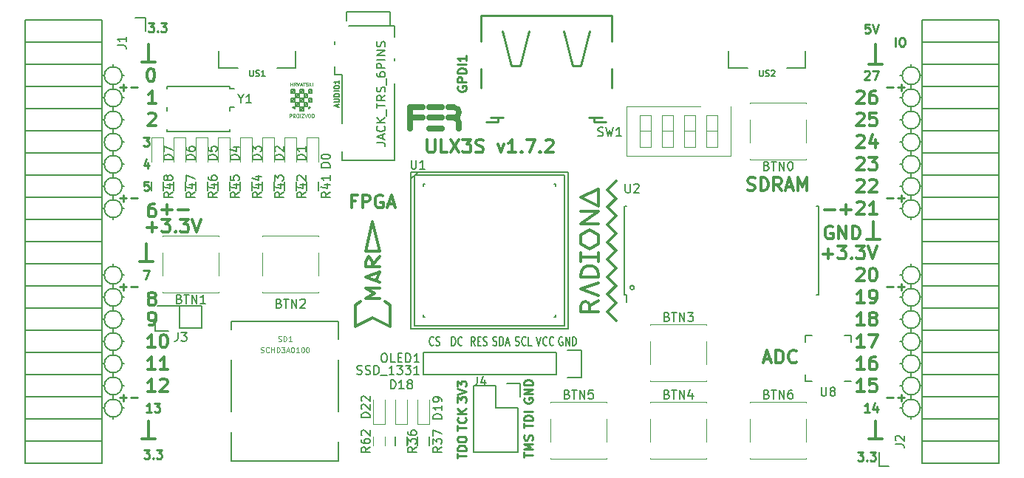
<source format=gto>
G04 #@! TF.FileFunction,Legend,Top*
%FSLAX46Y46*%
G04 Gerber Fmt 4.6, Leading zero omitted, Abs format (unit mm)*
G04 Created by KiCad (PCBNEW 4.0.7+dfsg1-1) date Sun Nov 19 11:12:19 2017*
%MOMM*%
%LPD*%
G01*
G04 APERTURE LIST*
%ADD10C,0.100000*%
%ADD11C,0.250000*%
%ADD12C,0.300000*%
%ADD13C,0.200000*%
%ADD14C,0.150000*%
%ADD15C,0.120000*%
%ADD16C,0.700000*%
%ADD17C,0.254000*%
%ADD18C,0.075000*%
%ADD19C,0.152400*%
%ADD20C,0.124460*%
G04 APERTURE END LIST*
D10*
D11*
X96148000Y-69111429D02*
X96909905Y-69111429D01*
X96528953Y-69492381D02*
X96528953Y-68730476D01*
X97386095Y-69111429D02*
X98148000Y-69111429D01*
X96148000Y-81811429D02*
X96909905Y-81811429D01*
X96528953Y-82192381D02*
X96528953Y-81430476D01*
X97386095Y-81811429D02*
X98148000Y-81811429D01*
X96148000Y-91971429D02*
X96909905Y-91971429D01*
X96528953Y-92352381D02*
X96528953Y-91590476D01*
X97386095Y-91971429D02*
X98148000Y-91971429D01*
X96148000Y-104671429D02*
X96909905Y-104671429D01*
X96528953Y-105052381D02*
X96528953Y-104290476D01*
X97386095Y-104671429D02*
X98148000Y-104671429D01*
X184032000Y-104671429D02*
X184793905Y-104671429D01*
X185270095Y-104671429D02*
X186032000Y-104671429D01*
X185651048Y-105052381D02*
X185651048Y-104290476D01*
X184032000Y-91971429D02*
X184793905Y-91971429D01*
X185270095Y-91971429D02*
X186032000Y-91971429D01*
X185651048Y-92352381D02*
X185651048Y-91590476D01*
X184032000Y-81811429D02*
X184793905Y-81811429D01*
X185270095Y-81811429D02*
X186032000Y-81811429D01*
X185651048Y-82192381D02*
X185651048Y-81430476D01*
X184032000Y-69111429D02*
X184793905Y-69111429D01*
X185270095Y-69111429D02*
X186032000Y-69111429D01*
X185651048Y-69492381D02*
X185651048Y-68730476D01*
X185016191Y-64412381D02*
X185016191Y-63412381D01*
X185682857Y-63412381D02*
X185873334Y-63412381D01*
X185968572Y-63460000D01*
X186063810Y-63555238D01*
X186111429Y-63745714D01*
X186111429Y-64079048D01*
X186063810Y-64269524D01*
X185968572Y-64364762D01*
X185873334Y-64412381D01*
X185682857Y-64412381D01*
X185587619Y-64364762D01*
X185492381Y-64269524D01*
X185444762Y-64079048D01*
X185444762Y-63745714D01*
X185492381Y-63555238D01*
X185587619Y-63460000D01*
X185682857Y-63412381D01*
D12*
X176928000Y-83117143D02*
X178070857Y-83117143D01*
X178785143Y-83117143D02*
X179928000Y-83117143D01*
X179356571Y-83688571D02*
X179356571Y-82545714D01*
D13*
X187826000Y-67770000D02*
G75*
G03X187826000Y-67770000I-1016000J0D01*
G01*
X187826000Y-70310000D02*
G75*
G03X187826000Y-70310000I-1016000J0D01*
G01*
X187826000Y-72850000D02*
G75*
G03X187826000Y-72850000I-1016000J0D01*
G01*
X187826000Y-75390000D02*
G75*
G03X187826000Y-75390000I-1016000J0D01*
G01*
X187826000Y-77930000D02*
G75*
G03X187826000Y-77930000I-1016000J0D01*
G01*
X187826000Y-80470000D02*
G75*
G03X187826000Y-80470000I-1016000J0D01*
G01*
X187826000Y-83010000D02*
G75*
G03X187826000Y-83010000I-1016000J0D01*
G01*
X187826000Y-90630000D02*
G75*
G03X187826000Y-90630000I-1016000J0D01*
G01*
X187826000Y-93170000D02*
G75*
G03X187826000Y-93170000I-1016000J0D01*
G01*
X187826000Y-95710000D02*
G75*
G03X187826000Y-95710000I-1016000J0D01*
G01*
X187826000Y-98250000D02*
G75*
G03X187826000Y-98250000I-1016000J0D01*
G01*
X187826000Y-100790000D02*
G75*
G03X187826000Y-100790000I-1016000J0D01*
G01*
X187826000Y-103330000D02*
G75*
G03X187826000Y-103330000I-1016000J0D01*
G01*
X187826000Y-105870000D02*
G75*
G03X187826000Y-105870000I-1016000J0D01*
G01*
X96386000Y-105870000D02*
G75*
G03X96386000Y-105870000I-1016000J0D01*
G01*
X96386000Y-103330000D02*
G75*
G03X96386000Y-103330000I-1016000J0D01*
G01*
X96386000Y-100790000D02*
G75*
G03X96386000Y-100790000I-1016000J0D01*
G01*
X96386000Y-98250000D02*
G75*
G03X96386000Y-98250000I-1016000J0D01*
G01*
X96386000Y-95710000D02*
G75*
G03X96386000Y-95710000I-1016000J0D01*
G01*
X96386000Y-93170000D02*
G75*
G03X96386000Y-93170000I-1016000J0D01*
G01*
X96386000Y-90630000D02*
G75*
G03X96386000Y-90630000I-1016000J0D01*
G01*
X96386000Y-83010000D02*
G75*
G03X96386000Y-83010000I-1016000J0D01*
G01*
X96386000Y-80470000D02*
G75*
G03X96386000Y-80470000I-1016000J0D01*
G01*
X96386000Y-77930000D02*
G75*
G03X96386000Y-77930000I-1016000J0D01*
G01*
X96386000Y-75390000D02*
G75*
G03X96386000Y-75390000I-1016000J0D01*
G01*
X96386000Y-72850000D02*
G75*
G03X96386000Y-72850000I-1016000J0D01*
G01*
X96386000Y-70310000D02*
G75*
G03X96386000Y-70310000I-1016000J0D01*
G01*
X96386000Y-67770000D02*
G75*
G03X96386000Y-67770000I-1016000J0D01*
G01*
D12*
X177793143Y-85054000D02*
X177650286Y-84982571D01*
X177436000Y-84982571D01*
X177221715Y-85054000D01*
X177078857Y-85196857D01*
X177007429Y-85339714D01*
X176936000Y-85625429D01*
X176936000Y-85839714D01*
X177007429Y-86125429D01*
X177078857Y-86268286D01*
X177221715Y-86411143D01*
X177436000Y-86482571D01*
X177578857Y-86482571D01*
X177793143Y-86411143D01*
X177864572Y-86339714D01*
X177864572Y-85839714D01*
X177578857Y-85839714D01*
X178507429Y-86482571D02*
X178507429Y-84982571D01*
X179364572Y-86482571D01*
X179364572Y-84982571D01*
X180078858Y-86482571D02*
X180078858Y-84982571D01*
X180436001Y-84982571D01*
X180650286Y-85054000D01*
X180793144Y-85196857D01*
X180864572Y-85339714D01*
X180936001Y-85625429D01*
X180936001Y-85839714D01*
X180864572Y-86125429D01*
X180793144Y-86268286D01*
X180650286Y-86411143D01*
X180436001Y-86482571D01*
X180078858Y-86482571D01*
X183254000Y-86566000D02*
X181730000Y-86566000D01*
X182492000Y-84534000D02*
X182492000Y-86566000D01*
X181984000Y-109426000D02*
X183508000Y-109426000D01*
X182746000Y-109426000D02*
X182746000Y-107394000D01*
D11*
X182047524Y-106322381D02*
X181476095Y-106322381D01*
X181761809Y-106322381D02*
X181761809Y-105322381D01*
X181666571Y-105465238D01*
X181571333Y-105560476D01*
X181476095Y-105608095D01*
X182904667Y-105655714D02*
X182904667Y-106322381D01*
X182666571Y-105274762D02*
X182428476Y-105989048D01*
X183047524Y-105989048D01*
X181476095Y-67317619D02*
X181523714Y-67270000D01*
X181618952Y-67222381D01*
X181857048Y-67222381D01*
X181952286Y-67270000D01*
X181999905Y-67317619D01*
X182047524Y-67412857D01*
X182047524Y-67508095D01*
X181999905Y-67650952D01*
X181428476Y-68222381D01*
X182047524Y-68222381D01*
X182380857Y-67222381D02*
X183047524Y-67222381D01*
X182618952Y-68222381D01*
D12*
X181984000Y-66500000D02*
X183508000Y-66500000D01*
X182746000Y-66500000D02*
X182746000Y-64214000D01*
X98672000Y-109426000D02*
X100196000Y-109426000D01*
X99434000Y-107394000D02*
X99434000Y-109426000D01*
D11*
X98846667Y-74842381D02*
X99465715Y-74842381D01*
X99132381Y-75223333D01*
X99275239Y-75223333D01*
X99370477Y-75270952D01*
X99418096Y-75318571D01*
X99465715Y-75413810D01*
X99465715Y-75651905D01*
X99418096Y-75747143D01*
X99370477Y-75794762D01*
X99275239Y-75842381D01*
X98989524Y-75842381D01*
X98894286Y-75794762D01*
X98846667Y-75747143D01*
X99370477Y-77715714D02*
X99370477Y-78382381D01*
X99132381Y-77334762D02*
X98894286Y-78049048D01*
X99513334Y-78049048D01*
X99418096Y-79922381D02*
X98941905Y-79922381D01*
X98894286Y-80398571D01*
X98941905Y-80350952D01*
X99037143Y-80303333D01*
X99275239Y-80303333D01*
X99370477Y-80350952D01*
X99418096Y-80398571D01*
X99465715Y-80493810D01*
X99465715Y-80731905D01*
X99418096Y-80827143D01*
X99370477Y-80874762D01*
X99275239Y-80922381D01*
X99037143Y-80922381D01*
X98941905Y-80874762D01*
X98894286Y-80827143D01*
X99751524Y-106322381D02*
X99180095Y-106322381D01*
X99465809Y-106322381D02*
X99465809Y-105322381D01*
X99370571Y-105465238D01*
X99275333Y-105560476D01*
X99180095Y-105608095D01*
X100084857Y-105322381D02*
X100703905Y-105322381D01*
X100370571Y-105703333D01*
X100513429Y-105703333D01*
X100608667Y-105750952D01*
X100656286Y-105798571D01*
X100703905Y-105893810D01*
X100703905Y-106131905D01*
X100656286Y-106227143D01*
X100608667Y-106274762D01*
X100513429Y-106322381D01*
X100227714Y-106322381D01*
X100132476Y-106274762D01*
X100084857Y-106227143D01*
X98846667Y-90082381D02*
X99513334Y-90082381D01*
X99084762Y-91082381D01*
D12*
X98418000Y-89106000D02*
X99942000Y-89106000D01*
X99180000Y-87074000D02*
X99180000Y-89106000D01*
X98672000Y-66246000D02*
X100196000Y-66246000D01*
X99434000Y-64214000D02*
X99434000Y-66246000D01*
D11*
X99402381Y-61761381D02*
X100021429Y-61761381D01*
X99688095Y-62142333D01*
X99830953Y-62142333D01*
X99926191Y-62189952D01*
X99973810Y-62237571D01*
X100021429Y-62332810D01*
X100021429Y-62570905D01*
X99973810Y-62666143D01*
X99926191Y-62713762D01*
X99830953Y-62761381D01*
X99545238Y-62761381D01*
X99450000Y-62713762D01*
X99402381Y-62666143D01*
X100450000Y-62666143D02*
X100497619Y-62713762D01*
X100450000Y-62761381D01*
X100402381Y-62713762D01*
X100450000Y-62666143D01*
X100450000Y-62761381D01*
X100830952Y-61761381D02*
X101450000Y-61761381D01*
X101116666Y-62142333D01*
X101259524Y-62142333D01*
X101354762Y-62189952D01*
X101402381Y-62237571D01*
X101450000Y-62332810D01*
X101450000Y-62570905D01*
X101402381Y-62666143D01*
X101354762Y-62713762D01*
X101259524Y-62761381D01*
X100973809Y-62761381D01*
X100878571Y-62713762D01*
X100830952Y-62666143D01*
X180682381Y-110910381D02*
X181301429Y-110910381D01*
X180968095Y-111291333D01*
X181110953Y-111291333D01*
X181206191Y-111338952D01*
X181253810Y-111386571D01*
X181301429Y-111481810D01*
X181301429Y-111719905D01*
X181253810Y-111815143D01*
X181206191Y-111862762D01*
X181110953Y-111910381D01*
X180825238Y-111910381D01*
X180730000Y-111862762D01*
X180682381Y-111815143D01*
X181730000Y-111815143D02*
X181777619Y-111862762D01*
X181730000Y-111910381D01*
X181682381Y-111862762D01*
X181730000Y-111815143D01*
X181730000Y-111910381D01*
X182110952Y-110910381D02*
X182730000Y-110910381D01*
X182396666Y-111291333D01*
X182539524Y-111291333D01*
X182634762Y-111338952D01*
X182682381Y-111386571D01*
X182730000Y-111481810D01*
X182730000Y-111719905D01*
X182682381Y-111815143D01*
X182634762Y-111862762D01*
X182539524Y-111910381D01*
X182253809Y-111910381D01*
X182158571Y-111862762D01*
X182110952Y-111815143D01*
D12*
X99228001Y-85149143D02*
X100370858Y-85149143D01*
X99799429Y-85720571D02*
X99799429Y-84577714D01*
X100942287Y-84220571D02*
X101870858Y-84220571D01*
X101370858Y-84792000D01*
X101585144Y-84792000D01*
X101728001Y-84863429D01*
X101799430Y-84934857D01*
X101870858Y-85077714D01*
X101870858Y-85434857D01*
X101799430Y-85577714D01*
X101728001Y-85649143D01*
X101585144Y-85720571D01*
X101156572Y-85720571D01*
X101013715Y-85649143D01*
X100942287Y-85577714D01*
X102513715Y-85577714D02*
X102585143Y-85649143D01*
X102513715Y-85720571D01*
X102442286Y-85649143D01*
X102513715Y-85577714D01*
X102513715Y-85720571D01*
X103085144Y-84220571D02*
X104013715Y-84220571D01*
X103513715Y-84792000D01*
X103728001Y-84792000D01*
X103870858Y-84863429D01*
X103942287Y-84934857D01*
X104013715Y-85077714D01*
X104013715Y-85434857D01*
X103942287Y-85577714D01*
X103870858Y-85649143D01*
X103728001Y-85720571D01*
X103299429Y-85720571D01*
X103156572Y-85649143D01*
X103085144Y-85577714D01*
X104442286Y-84220571D02*
X104942286Y-85720571D01*
X105442286Y-84220571D01*
D11*
X98894381Y-110656381D02*
X99513429Y-110656381D01*
X99180095Y-111037333D01*
X99322953Y-111037333D01*
X99418191Y-111084952D01*
X99465810Y-111132571D01*
X99513429Y-111227810D01*
X99513429Y-111465905D01*
X99465810Y-111561143D01*
X99418191Y-111608762D01*
X99322953Y-111656381D01*
X99037238Y-111656381D01*
X98942000Y-111608762D01*
X98894381Y-111561143D01*
X99942000Y-111561143D02*
X99989619Y-111608762D01*
X99942000Y-111656381D01*
X99894381Y-111608762D01*
X99942000Y-111561143D01*
X99942000Y-111656381D01*
X100322952Y-110656381D02*
X100942000Y-110656381D01*
X100608666Y-111037333D01*
X100751524Y-111037333D01*
X100846762Y-111084952D01*
X100894381Y-111132571D01*
X100942000Y-111227810D01*
X100942000Y-111465905D01*
X100894381Y-111561143D01*
X100846762Y-111608762D01*
X100751524Y-111656381D01*
X100465809Y-111656381D01*
X100370571Y-111608762D01*
X100322952Y-111561143D01*
X182047524Y-61888381D02*
X181571333Y-61888381D01*
X181523714Y-62364571D01*
X181571333Y-62316952D01*
X181666571Y-62269333D01*
X181904667Y-62269333D01*
X181999905Y-62316952D01*
X182047524Y-62364571D01*
X182095143Y-62459810D01*
X182095143Y-62697905D01*
X182047524Y-62793143D01*
X181999905Y-62840762D01*
X181904667Y-62888381D01*
X181666571Y-62888381D01*
X181571333Y-62840762D01*
X181523714Y-62793143D01*
X182380857Y-61888381D02*
X182714190Y-62888381D01*
X183047524Y-61888381D01*
D12*
X180587143Y-69631429D02*
X180658572Y-69560000D01*
X180801429Y-69488571D01*
X181158572Y-69488571D01*
X181301429Y-69560000D01*
X181372858Y-69631429D01*
X181444286Y-69774286D01*
X181444286Y-69917143D01*
X181372858Y-70131429D01*
X180515715Y-70988571D01*
X181444286Y-70988571D01*
X182730000Y-69488571D02*
X182444286Y-69488571D01*
X182301429Y-69560000D01*
X182230000Y-69631429D01*
X182087143Y-69845714D01*
X182015714Y-70131429D01*
X182015714Y-70702857D01*
X182087143Y-70845714D01*
X182158571Y-70917143D01*
X182301429Y-70988571D01*
X182587143Y-70988571D01*
X182730000Y-70917143D01*
X182801429Y-70845714D01*
X182872857Y-70702857D01*
X182872857Y-70345714D01*
X182801429Y-70202857D01*
X182730000Y-70131429D01*
X182587143Y-70060000D01*
X182301429Y-70060000D01*
X182158571Y-70131429D01*
X182087143Y-70202857D01*
X182015714Y-70345714D01*
X180587143Y-72171429D02*
X180658572Y-72100000D01*
X180801429Y-72028571D01*
X181158572Y-72028571D01*
X181301429Y-72100000D01*
X181372858Y-72171429D01*
X181444286Y-72314286D01*
X181444286Y-72457143D01*
X181372858Y-72671429D01*
X180515715Y-73528571D01*
X181444286Y-73528571D01*
X182801429Y-72028571D02*
X182087143Y-72028571D01*
X182015714Y-72742857D01*
X182087143Y-72671429D01*
X182230000Y-72600000D01*
X182587143Y-72600000D01*
X182730000Y-72671429D01*
X182801429Y-72742857D01*
X182872857Y-72885714D01*
X182872857Y-73242857D01*
X182801429Y-73385714D01*
X182730000Y-73457143D01*
X182587143Y-73528571D01*
X182230000Y-73528571D01*
X182087143Y-73457143D01*
X182015714Y-73385714D01*
X180587143Y-74711429D02*
X180658572Y-74640000D01*
X180801429Y-74568571D01*
X181158572Y-74568571D01*
X181301429Y-74640000D01*
X181372858Y-74711429D01*
X181444286Y-74854286D01*
X181444286Y-74997143D01*
X181372858Y-75211429D01*
X180515715Y-76068571D01*
X181444286Y-76068571D01*
X182730000Y-75068571D02*
X182730000Y-76068571D01*
X182372857Y-74497143D02*
X182015714Y-75568571D01*
X182944286Y-75568571D01*
X180587143Y-77251429D02*
X180658572Y-77180000D01*
X180801429Y-77108571D01*
X181158572Y-77108571D01*
X181301429Y-77180000D01*
X181372858Y-77251429D01*
X181444286Y-77394286D01*
X181444286Y-77537143D01*
X181372858Y-77751429D01*
X180515715Y-78608571D01*
X181444286Y-78608571D01*
X181944286Y-77108571D02*
X182872857Y-77108571D01*
X182372857Y-77680000D01*
X182587143Y-77680000D01*
X182730000Y-77751429D01*
X182801429Y-77822857D01*
X182872857Y-77965714D01*
X182872857Y-78322857D01*
X182801429Y-78465714D01*
X182730000Y-78537143D01*
X182587143Y-78608571D01*
X182158571Y-78608571D01*
X182015714Y-78537143D01*
X181944286Y-78465714D01*
X180587143Y-79791429D02*
X180658572Y-79720000D01*
X180801429Y-79648571D01*
X181158572Y-79648571D01*
X181301429Y-79720000D01*
X181372858Y-79791429D01*
X181444286Y-79934286D01*
X181444286Y-80077143D01*
X181372858Y-80291429D01*
X180515715Y-81148571D01*
X181444286Y-81148571D01*
X182015714Y-79791429D02*
X182087143Y-79720000D01*
X182230000Y-79648571D01*
X182587143Y-79648571D01*
X182730000Y-79720000D01*
X182801429Y-79791429D01*
X182872857Y-79934286D01*
X182872857Y-80077143D01*
X182801429Y-80291429D01*
X181944286Y-81148571D01*
X182872857Y-81148571D01*
X180587143Y-82331429D02*
X180658572Y-82260000D01*
X180801429Y-82188571D01*
X181158572Y-82188571D01*
X181301429Y-82260000D01*
X181372858Y-82331429D01*
X181444286Y-82474286D01*
X181444286Y-82617143D01*
X181372858Y-82831429D01*
X180515715Y-83688571D01*
X181444286Y-83688571D01*
X182872857Y-83688571D02*
X182015714Y-83688571D01*
X182444286Y-83688571D02*
X182444286Y-82188571D01*
X182301429Y-82402857D01*
X182158571Y-82545714D01*
X182015714Y-82617143D01*
X176698001Y-88197143D02*
X177840858Y-88197143D01*
X177269429Y-88768571D02*
X177269429Y-87625714D01*
X178412287Y-87268571D02*
X179340858Y-87268571D01*
X178840858Y-87840000D01*
X179055144Y-87840000D01*
X179198001Y-87911429D01*
X179269430Y-87982857D01*
X179340858Y-88125714D01*
X179340858Y-88482857D01*
X179269430Y-88625714D01*
X179198001Y-88697143D01*
X179055144Y-88768571D01*
X178626572Y-88768571D01*
X178483715Y-88697143D01*
X178412287Y-88625714D01*
X179983715Y-88625714D02*
X180055143Y-88697143D01*
X179983715Y-88768571D01*
X179912286Y-88697143D01*
X179983715Y-88625714D01*
X179983715Y-88768571D01*
X180555144Y-87268571D02*
X181483715Y-87268571D01*
X180983715Y-87840000D01*
X181198001Y-87840000D01*
X181340858Y-87911429D01*
X181412287Y-87982857D01*
X181483715Y-88125714D01*
X181483715Y-88482857D01*
X181412287Y-88625714D01*
X181340858Y-88697143D01*
X181198001Y-88768571D01*
X180769429Y-88768571D01*
X180626572Y-88697143D01*
X180555144Y-88625714D01*
X181912286Y-87268571D02*
X182412286Y-88768571D01*
X182912286Y-87268571D01*
X180587143Y-89951429D02*
X180658572Y-89880000D01*
X180801429Y-89808571D01*
X181158572Y-89808571D01*
X181301429Y-89880000D01*
X181372858Y-89951429D01*
X181444286Y-90094286D01*
X181444286Y-90237143D01*
X181372858Y-90451429D01*
X180515715Y-91308571D01*
X181444286Y-91308571D01*
X182372857Y-89808571D02*
X182515714Y-89808571D01*
X182658571Y-89880000D01*
X182730000Y-89951429D01*
X182801429Y-90094286D01*
X182872857Y-90380000D01*
X182872857Y-90737143D01*
X182801429Y-91022857D01*
X182730000Y-91165714D01*
X182658571Y-91237143D01*
X182515714Y-91308571D01*
X182372857Y-91308571D01*
X182230000Y-91237143D01*
X182158571Y-91165714D01*
X182087143Y-91022857D01*
X182015714Y-90737143D01*
X182015714Y-90380000D01*
X182087143Y-90094286D01*
X182158571Y-89951429D01*
X182230000Y-89880000D01*
X182372857Y-89808571D01*
X181444286Y-93848571D02*
X180587143Y-93848571D01*
X181015715Y-93848571D02*
X181015715Y-92348571D01*
X180872858Y-92562857D01*
X180730000Y-92705714D01*
X180587143Y-92777143D01*
X182158571Y-93848571D02*
X182444286Y-93848571D01*
X182587143Y-93777143D01*
X182658571Y-93705714D01*
X182801429Y-93491429D01*
X182872857Y-93205714D01*
X182872857Y-92634286D01*
X182801429Y-92491429D01*
X182730000Y-92420000D01*
X182587143Y-92348571D01*
X182301429Y-92348571D01*
X182158571Y-92420000D01*
X182087143Y-92491429D01*
X182015714Y-92634286D01*
X182015714Y-92991429D01*
X182087143Y-93134286D01*
X182158571Y-93205714D01*
X182301429Y-93277143D01*
X182587143Y-93277143D01*
X182730000Y-93205714D01*
X182801429Y-93134286D01*
X182872857Y-92991429D01*
X181444286Y-96388571D02*
X180587143Y-96388571D01*
X181015715Y-96388571D02*
X181015715Y-94888571D01*
X180872858Y-95102857D01*
X180730000Y-95245714D01*
X180587143Y-95317143D01*
X182301429Y-95531429D02*
X182158571Y-95460000D01*
X182087143Y-95388571D01*
X182015714Y-95245714D01*
X182015714Y-95174286D01*
X182087143Y-95031429D01*
X182158571Y-94960000D01*
X182301429Y-94888571D01*
X182587143Y-94888571D01*
X182730000Y-94960000D01*
X182801429Y-95031429D01*
X182872857Y-95174286D01*
X182872857Y-95245714D01*
X182801429Y-95388571D01*
X182730000Y-95460000D01*
X182587143Y-95531429D01*
X182301429Y-95531429D01*
X182158571Y-95602857D01*
X182087143Y-95674286D01*
X182015714Y-95817143D01*
X182015714Y-96102857D01*
X182087143Y-96245714D01*
X182158571Y-96317143D01*
X182301429Y-96388571D01*
X182587143Y-96388571D01*
X182730000Y-96317143D01*
X182801429Y-96245714D01*
X182872857Y-96102857D01*
X182872857Y-95817143D01*
X182801429Y-95674286D01*
X182730000Y-95602857D01*
X182587143Y-95531429D01*
X181444286Y-98928571D02*
X180587143Y-98928571D01*
X181015715Y-98928571D02*
X181015715Y-97428571D01*
X180872858Y-97642857D01*
X180730000Y-97785714D01*
X180587143Y-97857143D01*
X181944286Y-97428571D02*
X182944286Y-97428571D01*
X182301429Y-98928571D01*
X181444286Y-101468571D02*
X180587143Y-101468571D01*
X181015715Y-101468571D02*
X181015715Y-99968571D01*
X180872858Y-100182857D01*
X180730000Y-100325714D01*
X180587143Y-100397143D01*
X182730000Y-99968571D02*
X182444286Y-99968571D01*
X182301429Y-100040000D01*
X182230000Y-100111429D01*
X182087143Y-100325714D01*
X182015714Y-100611429D01*
X182015714Y-101182857D01*
X182087143Y-101325714D01*
X182158571Y-101397143D01*
X182301429Y-101468571D01*
X182587143Y-101468571D01*
X182730000Y-101397143D01*
X182801429Y-101325714D01*
X182872857Y-101182857D01*
X182872857Y-100825714D01*
X182801429Y-100682857D01*
X182730000Y-100611429D01*
X182587143Y-100540000D01*
X182301429Y-100540000D01*
X182158571Y-100611429D01*
X182087143Y-100682857D01*
X182015714Y-100825714D01*
X181444286Y-104008571D02*
X180587143Y-104008571D01*
X181015715Y-104008571D02*
X181015715Y-102508571D01*
X180872858Y-102722857D01*
X180730000Y-102865714D01*
X180587143Y-102937143D01*
X182801429Y-102508571D02*
X182087143Y-102508571D01*
X182015714Y-103222857D01*
X182087143Y-103151429D01*
X182230000Y-103080000D01*
X182587143Y-103080000D01*
X182730000Y-103151429D01*
X182801429Y-103222857D01*
X182872857Y-103365714D01*
X182872857Y-103722857D01*
X182801429Y-103865714D01*
X182730000Y-103937143D01*
X182587143Y-104008571D01*
X182230000Y-104008571D01*
X182087143Y-103937143D01*
X182015714Y-103865714D01*
D13*
X186810000Y-66500000D02*
X186810000Y-66754000D01*
X187826000Y-67770000D02*
X188080000Y-67770000D01*
X185540000Y-67770000D02*
X185794000Y-67770000D01*
X186810000Y-69294000D02*
X186810000Y-68786000D01*
X187826000Y-70310000D02*
X188080000Y-70310000D01*
X185540000Y-70310000D02*
X185794000Y-70310000D01*
X186810000Y-71326000D02*
X186810000Y-71834000D01*
X187826000Y-72850000D02*
X188080000Y-72850000D01*
X185540000Y-72850000D02*
X185794000Y-72850000D01*
X186810000Y-73866000D02*
X186810000Y-74374000D01*
X187826000Y-75390000D02*
X188080000Y-75390000D01*
X185540000Y-75390000D02*
X185794000Y-75390000D01*
X186810000Y-76406000D02*
X186810000Y-76914000D01*
X187826000Y-77930000D02*
X188080000Y-77930000D01*
X185540000Y-77930000D02*
X185794000Y-77930000D01*
X186810000Y-79454000D02*
X186810000Y-78946000D01*
X187826000Y-80470000D02*
X188080000Y-80470000D01*
X185540000Y-80470000D02*
X185794000Y-80470000D01*
X186810000Y-81994000D02*
X186810000Y-81486000D01*
X187826000Y-83010000D02*
X188080000Y-83010000D01*
X185540000Y-83010000D02*
X185794000Y-83010000D01*
X186810000Y-84026000D02*
X186810000Y-84280000D01*
X186810000Y-89360000D02*
X186810000Y-89614000D01*
X187826000Y-90630000D02*
X188080000Y-90630000D01*
X185540000Y-90630000D02*
X185794000Y-90630000D01*
X186810000Y-91646000D02*
X186810000Y-92154000D01*
X187826000Y-93170000D02*
X188080000Y-93170000D01*
X185540000Y-93170000D02*
X185794000Y-93170000D01*
X186810000Y-94186000D02*
X186810000Y-94694000D01*
X187826000Y-95710000D02*
X188080000Y-95710000D01*
X185540000Y-95710000D02*
X185794000Y-95710000D01*
X186810000Y-97234000D02*
X186810000Y-96726000D01*
X187826000Y-98250000D02*
X188080000Y-98250000D01*
X185540000Y-98250000D02*
X185794000Y-98250000D01*
X187826000Y-100790000D02*
X188080000Y-100790000D01*
X185540000Y-100790000D02*
X185794000Y-100790000D01*
X186810000Y-99266000D02*
X186810000Y-99774000D01*
X186810000Y-102314000D02*
X186810000Y-101806000D01*
X187826000Y-103330000D02*
X188080000Y-103330000D01*
X185540000Y-103330000D02*
X185794000Y-103330000D01*
X186810000Y-104346000D02*
X186810000Y-104854000D01*
X185540000Y-105870000D02*
X185794000Y-105870000D01*
X187826000Y-105870000D02*
X188080000Y-105870000D01*
X186810000Y-106886000D02*
X186810000Y-107140000D01*
X95370000Y-66754000D02*
X95370000Y-66500000D01*
X96386000Y-67770000D02*
X96640000Y-67770000D01*
X94100000Y-67770000D02*
X94354000Y-67770000D01*
X95370000Y-68786000D02*
X95370000Y-69294000D01*
X96386000Y-70310000D02*
X96640000Y-70310000D01*
X94100000Y-70310000D02*
X94354000Y-70310000D01*
X95370000Y-71326000D02*
X95370000Y-71834000D01*
X96386000Y-72850000D02*
X96640000Y-72850000D01*
X94100000Y-72850000D02*
X94354000Y-72850000D01*
X95370000Y-73866000D02*
X95370000Y-74374000D01*
X96386000Y-75390000D02*
X96640000Y-75390000D01*
X95370000Y-76406000D02*
X95370000Y-76914000D01*
X96386000Y-77930000D02*
X96640000Y-77930000D01*
X94100000Y-77930000D02*
X94354000Y-77930000D01*
X95370000Y-79454000D02*
X95370000Y-78946000D01*
X96386000Y-80470000D02*
X96640000Y-80470000D01*
X94100000Y-80470000D02*
X94354000Y-80470000D01*
X95370000Y-81486000D02*
X95370000Y-81994000D01*
X96386000Y-83010000D02*
X96640000Y-83010000D01*
X95370000Y-84026000D02*
X95370000Y-84280000D01*
X94100000Y-83010000D02*
X94354000Y-83010000D01*
X95370000Y-106886000D02*
X95370000Y-107140000D01*
X95370000Y-89360000D02*
X95370000Y-89614000D01*
X96386000Y-93170000D02*
X96640000Y-93170000D01*
X94100000Y-93170000D02*
X94354000Y-93170000D01*
X95370000Y-94186000D02*
X95370000Y-94694000D01*
X94100000Y-90630000D02*
X94354000Y-90630000D01*
X96386000Y-90630000D02*
X96640000Y-90630000D01*
X95370000Y-92154000D02*
X95370000Y-91646000D01*
X96386000Y-95710000D02*
X96640000Y-95710000D01*
X94100000Y-95710000D02*
X94354000Y-95710000D01*
X96386000Y-98250000D02*
X96640000Y-98250000D01*
X94354000Y-98250000D02*
X94100000Y-98250000D01*
X95370000Y-96726000D02*
X95370000Y-97234000D01*
X95370000Y-99266000D02*
X95370000Y-99774000D01*
X94100000Y-100790000D02*
X94354000Y-100790000D01*
X96386000Y-100790000D02*
X96640000Y-100790000D01*
X94100000Y-103330000D02*
X94354000Y-103330000D01*
X96386000Y-103330000D02*
X96640000Y-103330000D01*
X95370000Y-101806000D02*
X95370000Y-102314000D01*
X95370000Y-104346000D02*
X95370000Y-104854000D01*
X96386000Y-105870000D02*
X96640000Y-105870000D01*
X94100000Y-105870000D02*
X94354000Y-105870000D01*
D12*
X100982000Y-83117143D02*
X102124857Y-83117143D01*
X101553428Y-83688571D02*
X101553428Y-82545714D01*
X102839143Y-83117143D02*
X103982000Y-83117143D01*
X100164286Y-104008571D02*
X99307143Y-104008571D01*
X99735715Y-104008571D02*
X99735715Y-102508571D01*
X99592858Y-102722857D01*
X99450000Y-102865714D01*
X99307143Y-102937143D01*
X100735714Y-102651429D02*
X100807143Y-102580000D01*
X100950000Y-102508571D01*
X101307143Y-102508571D01*
X101450000Y-102580000D01*
X101521429Y-102651429D01*
X101592857Y-102794286D01*
X101592857Y-102937143D01*
X101521429Y-103151429D01*
X100664286Y-104008571D01*
X101592857Y-104008571D01*
X100164286Y-101468571D02*
X99307143Y-101468571D01*
X99735715Y-101468571D02*
X99735715Y-99968571D01*
X99592858Y-100182857D01*
X99450000Y-100325714D01*
X99307143Y-100397143D01*
X101592857Y-101468571D02*
X100735714Y-101468571D01*
X101164286Y-101468571D02*
X101164286Y-99968571D01*
X101021429Y-100182857D01*
X100878571Y-100325714D01*
X100735714Y-100397143D01*
X100164286Y-98928571D02*
X99307143Y-98928571D01*
X99735715Y-98928571D02*
X99735715Y-97428571D01*
X99592858Y-97642857D01*
X99450000Y-97785714D01*
X99307143Y-97857143D01*
X101092857Y-97428571D02*
X101235714Y-97428571D01*
X101378571Y-97500000D01*
X101450000Y-97571429D01*
X101521429Y-97714286D01*
X101592857Y-98000000D01*
X101592857Y-98357143D01*
X101521429Y-98642857D01*
X101450000Y-98785714D01*
X101378571Y-98857143D01*
X101235714Y-98928571D01*
X101092857Y-98928571D01*
X100950000Y-98857143D01*
X100878571Y-98785714D01*
X100807143Y-98642857D01*
X100735714Y-98357143D01*
X100735714Y-98000000D01*
X100807143Y-97714286D01*
X100878571Y-97571429D01*
X100950000Y-97500000D01*
X101092857Y-97428571D01*
X99529286Y-96388571D02*
X99815001Y-96388571D01*
X99957858Y-96317143D01*
X100029286Y-96245714D01*
X100172144Y-96031429D01*
X100243572Y-95745714D01*
X100243572Y-95174286D01*
X100172144Y-95031429D01*
X100100715Y-94960000D01*
X99957858Y-94888571D01*
X99672144Y-94888571D01*
X99529286Y-94960000D01*
X99457858Y-95031429D01*
X99386429Y-95174286D01*
X99386429Y-95531429D01*
X99457858Y-95674286D01*
X99529286Y-95745714D01*
X99672144Y-95817143D01*
X99957858Y-95817143D01*
X100100715Y-95745714D01*
X100172144Y-95674286D01*
X100243572Y-95531429D01*
X99672144Y-93245429D02*
X99529286Y-93174000D01*
X99457858Y-93102571D01*
X99386429Y-92959714D01*
X99386429Y-92888286D01*
X99457858Y-92745429D01*
X99529286Y-92674000D01*
X99672144Y-92602571D01*
X99957858Y-92602571D01*
X100100715Y-92674000D01*
X100172144Y-92745429D01*
X100243572Y-92888286D01*
X100243572Y-92959714D01*
X100172144Y-93102571D01*
X100100715Y-93174000D01*
X99957858Y-93245429D01*
X99672144Y-93245429D01*
X99529286Y-93316857D01*
X99457858Y-93388286D01*
X99386429Y-93531143D01*
X99386429Y-93816857D01*
X99457858Y-93959714D01*
X99529286Y-94031143D01*
X99672144Y-94102571D01*
X99957858Y-94102571D01*
X100100715Y-94031143D01*
X100172144Y-93959714D01*
X100243572Y-93816857D01*
X100243572Y-93531143D01*
X100172144Y-93388286D01*
X100100715Y-93316857D01*
X99957858Y-93245429D01*
X100100715Y-82442571D02*
X99815001Y-82442571D01*
X99672144Y-82514000D01*
X99600715Y-82585429D01*
X99457858Y-82799714D01*
X99386429Y-83085429D01*
X99386429Y-83656857D01*
X99457858Y-83799714D01*
X99529286Y-83871143D01*
X99672144Y-83942571D01*
X99957858Y-83942571D01*
X100100715Y-83871143D01*
X100172144Y-83799714D01*
X100243572Y-83656857D01*
X100243572Y-83299714D01*
X100172144Y-83156857D01*
X100100715Y-83085429D01*
X99957858Y-83014000D01*
X99672144Y-83014000D01*
X99529286Y-83085429D01*
X99457858Y-83156857D01*
X99386429Y-83299714D01*
X99386429Y-72171429D02*
X99457858Y-72100000D01*
X99600715Y-72028571D01*
X99957858Y-72028571D01*
X100100715Y-72100000D01*
X100172144Y-72171429D01*
X100243572Y-72314286D01*
X100243572Y-72457143D01*
X100172144Y-72671429D01*
X99315001Y-73528571D01*
X100243572Y-73528571D01*
X100243572Y-70988571D02*
X99386429Y-70988571D01*
X99815001Y-70988571D02*
X99815001Y-69488571D01*
X99672144Y-69702857D01*
X99529286Y-69845714D01*
X99386429Y-69917143D01*
X99616572Y-66948571D02*
X99759429Y-66948571D01*
X99902286Y-67020000D01*
X99973715Y-67091429D01*
X100045144Y-67234286D01*
X100116572Y-67520000D01*
X100116572Y-67877143D01*
X100045144Y-68162857D01*
X99973715Y-68305714D01*
X99902286Y-68377143D01*
X99759429Y-68448571D01*
X99616572Y-68448571D01*
X99473715Y-68377143D01*
X99402286Y-68305714D01*
X99330858Y-68162857D01*
X99259429Y-67877143D01*
X99259429Y-67520000D01*
X99330858Y-67234286D01*
X99402286Y-67091429D01*
X99473715Y-67020000D01*
X99616572Y-66948571D01*
X131371430Y-75076571D02*
X131371430Y-76290857D01*
X131442858Y-76433714D01*
X131514287Y-76505143D01*
X131657144Y-76576571D01*
X131942858Y-76576571D01*
X132085716Y-76505143D01*
X132157144Y-76433714D01*
X132228573Y-76290857D01*
X132228573Y-75076571D01*
X133657145Y-76576571D02*
X132942859Y-76576571D01*
X132942859Y-75076571D01*
X134014288Y-75076571D02*
X135014288Y-76576571D01*
X135014288Y-75076571D02*
X134014288Y-76576571D01*
X135442859Y-75076571D02*
X136371430Y-75076571D01*
X135871430Y-75648000D01*
X136085716Y-75648000D01*
X136228573Y-75719429D01*
X136300002Y-75790857D01*
X136371430Y-75933714D01*
X136371430Y-76290857D01*
X136300002Y-76433714D01*
X136228573Y-76505143D01*
X136085716Y-76576571D01*
X135657144Y-76576571D01*
X135514287Y-76505143D01*
X135442859Y-76433714D01*
X136942858Y-76505143D02*
X137157144Y-76576571D01*
X137514287Y-76576571D01*
X137657144Y-76505143D01*
X137728573Y-76433714D01*
X137800001Y-76290857D01*
X137800001Y-76148000D01*
X137728573Y-76005143D01*
X137657144Y-75933714D01*
X137514287Y-75862286D01*
X137228573Y-75790857D01*
X137085715Y-75719429D01*
X137014287Y-75648000D01*
X136942858Y-75505143D01*
X136942858Y-75362286D01*
X137014287Y-75219429D01*
X137085715Y-75148000D01*
X137228573Y-75076571D01*
X137585715Y-75076571D01*
X137800001Y-75148000D01*
X139442858Y-75576571D02*
X139800001Y-76576571D01*
X140157143Y-75576571D01*
X141514286Y-76576571D02*
X140657143Y-76576571D01*
X141085715Y-76576571D02*
X141085715Y-75076571D01*
X140942858Y-75290857D01*
X140800000Y-75433714D01*
X140657143Y-75505143D01*
X142157143Y-76433714D02*
X142228571Y-76505143D01*
X142157143Y-76576571D01*
X142085714Y-76505143D01*
X142157143Y-76433714D01*
X142157143Y-76576571D01*
X142728572Y-75076571D02*
X143728572Y-75076571D01*
X143085715Y-76576571D01*
X144300000Y-76433714D02*
X144371428Y-76505143D01*
X144300000Y-76576571D01*
X144228571Y-76505143D01*
X144300000Y-76433714D01*
X144300000Y-76576571D01*
X144942857Y-75219429D02*
X145014286Y-75148000D01*
X145157143Y-75076571D01*
X145514286Y-75076571D01*
X145657143Y-75148000D01*
X145728572Y-75219429D01*
X145800000Y-75362286D01*
X145800000Y-75505143D01*
X145728572Y-75719429D01*
X144871429Y-76576571D01*
X145800000Y-76576571D01*
X123159429Y-82140857D02*
X122659429Y-82140857D01*
X122659429Y-82926571D02*
X122659429Y-81426571D01*
X123373715Y-81426571D01*
X123945143Y-82926571D02*
X123945143Y-81426571D01*
X124516571Y-81426571D01*
X124659429Y-81498000D01*
X124730857Y-81569429D01*
X124802286Y-81712286D01*
X124802286Y-81926571D01*
X124730857Y-82069429D01*
X124659429Y-82140857D01*
X124516571Y-82212286D01*
X123945143Y-82212286D01*
X126230857Y-81498000D02*
X126088000Y-81426571D01*
X125873714Y-81426571D01*
X125659429Y-81498000D01*
X125516571Y-81640857D01*
X125445143Y-81783714D01*
X125373714Y-82069429D01*
X125373714Y-82283714D01*
X125445143Y-82569429D01*
X125516571Y-82712286D01*
X125659429Y-82855143D01*
X125873714Y-82926571D01*
X126016571Y-82926571D01*
X126230857Y-82855143D01*
X126302286Y-82783714D01*
X126302286Y-82283714D01*
X126016571Y-82283714D01*
X126873714Y-82498000D02*
X127588000Y-82498000D01*
X126730857Y-82926571D02*
X127230857Y-81426571D01*
X127730857Y-82926571D01*
X168077929Y-80886643D02*
X168292215Y-80958071D01*
X168649358Y-80958071D01*
X168792215Y-80886643D01*
X168863644Y-80815214D01*
X168935072Y-80672357D01*
X168935072Y-80529500D01*
X168863644Y-80386643D01*
X168792215Y-80315214D01*
X168649358Y-80243786D01*
X168363644Y-80172357D01*
X168220786Y-80100929D01*
X168149358Y-80029500D01*
X168077929Y-79886643D01*
X168077929Y-79743786D01*
X168149358Y-79600929D01*
X168220786Y-79529500D01*
X168363644Y-79458071D01*
X168720786Y-79458071D01*
X168935072Y-79529500D01*
X169577929Y-80958071D02*
X169577929Y-79458071D01*
X169935072Y-79458071D01*
X170149357Y-79529500D01*
X170292215Y-79672357D01*
X170363643Y-79815214D01*
X170435072Y-80100929D01*
X170435072Y-80315214D01*
X170363643Y-80600929D01*
X170292215Y-80743786D01*
X170149357Y-80886643D01*
X169935072Y-80958071D01*
X169577929Y-80958071D01*
X171935072Y-80958071D02*
X171435072Y-80243786D01*
X171077929Y-80958071D02*
X171077929Y-79458071D01*
X171649357Y-79458071D01*
X171792215Y-79529500D01*
X171863643Y-79600929D01*
X171935072Y-79743786D01*
X171935072Y-79958071D01*
X171863643Y-80100929D01*
X171792215Y-80172357D01*
X171649357Y-80243786D01*
X171077929Y-80243786D01*
X172506500Y-80529500D02*
X173220786Y-80529500D01*
X172363643Y-80958071D02*
X172863643Y-79458071D01*
X173363643Y-80958071D01*
X173863643Y-80958071D02*
X173863643Y-79458071D01*
X174363643Y-80529500D01*
X174863643Y-79458071D01*
X174863643Y-80958071D01*
X169966857Y-100278000D02*
X170681143Y-100278000D01*
X169824000Y-100706571D02*
X170324000Y-99206571D01*
X170824000Y-100706571D01*
X171324000Y-100706571D02*
X171324000Y-99206571D01*
X171681143Y-99206571D01*
X171895428Y-99278000D01*
X172038286Y-99420857D01*
X172109714Y-99563714D01*
X172181143Y-99849429D01*
X172181143Y-100063714D01*
X172109714Y-100349429D01*
X172038286Y-100492286D01*
X171895428Y-100635143D01*
X171681143Y-100706571D01*
X171324000Y-100706571D01*
X173681143Y-100563714D02*
X173609714Y-100635143D01*
X173395428Y-100706571D01*
X173252571Y-100706571D01*
X173038286Y-100635143D01*
X172895428Y-100492286D01*
X172824000Y-100349429D01*
X172752571Y-100063714D01*
X172752571Y-99849429D01*
X172824000Y-99563714D01*
X172895428Y-99420857D01*
X173038286Y-99278000D01*
X173252571Y-99206571D01*
X173395428Y-99206571D01*
X173609714Y-99278000D01*
X173681143Y-99349429D01*
D11*
X142447381Y-111521333D02*
X142447381Y-110949904D01*
X143447381Y-111235619D02*
X142447381Y-111235619D01*
X143447381Y-110616571D02*
X142447381Y-110616571D01*
X143161667Y-110283237D01*
X142447381Y-109949904D01*
X143447381Y-109949904D01*
X143399762Y-109521333D02*
X143447381Y-109378476D01*
X143447381Y-109140380D01*
X143399762Y-109045142D01*
X143352143Y-108997523D01*
X143256905Y-108949904D01*
X143161667Y-108949904D01*
X143066429Y-108997523D01*
X143018810Y-109045142D01*
X142971190Y-109140380D01*
X142923571Y-109330857D01*
X142875952Y-109426095D01*
X142828333Y-109473714D01*
X142733095Y-109521333D01*
X142637857Y-109521333D01*
X142542619Y-109473714D01*
X142495000Y-109426095D01*
X142447381Y-109330857D01*
X142447381Y-109092761D01*
X142495000Y-108949904D01*
X142447381Y-108163809D02*
X142447381Y-107592380D01*
X143447381Y-107878095D02*
X142447381Y-107878095D01*
X143447381Y-107259047D02*
X142447381Y-107259047D01*
X142447381Y-107020952D01*
X142495000Y-106878094D01*
X142590238Y-106782856D01*
X142685476Y-106735237D01*
X142875952Y-106687618D01*
X143018810Y-106687618D01*
X143209286Y-106735237D01*
X143304524Y-106782856D01*
X143399762Y-106878094D01*
X143447381Y-107020952D01*
X143447381Y-107259047D01*
X143447381Y-106259047D02*
X142447381Y-106259047D01*
X142495000Y-104726904D02*
X142447381Y-104822142D01*
X142447381Y-104964999D01*
X142495000Y-105107857D01*
X142590238Y-105203095D01*
X142685476Y-105250714D01*
X142875952Y-105298333D01*
X143018810Y-105298333D01*
X143209286Y-105250714D01*
X143304524Y-105203095D01*
X143399762Y-105107857D01*
X143447381Y-104964999D01*
X143447381Y-104869761D01*
X143399762Y-104726904D01*
X143352143Y-104679285D01*
X143018810Y-104679285D01*
X143018810Y-104869761D01*
X143447381Y-104250714D02*
X142447381Y-104250714D01*
X143447381Y-103679285D01*
X142447381Y-103679285D01*
X143447381Y-103203095D02*
X142447381Y-103203095D01*
X142447381Y-102965000D01*
X142495000Y-102822142D01*
X142590238Y-102726904D01*
X142685476Y-102679285D01*
X142875952Y-102631666D01*
X143018810Y-102631666D01*
X143209286Y-102679285D01*
X143304524Y-102726904D01*
X143399762Y-102822142D01*
X143447381Y-102965000D01*
X143447381Y-103203095D01*
X134827381Y-111624524D02*
X134827381Y-111053095D01*
X135827381Y-111338810D02*
X134827381Y-111338810D01*
X135827381Y-110719762D02*
X134827381Y-110719762D01*
X134827381Y-110481667D01*
X134875000Y-110338809D01*
X134970238Y-110243571D01*
X135065476Y-110195952D01*
X135255952Y-110148333D01*
X135398810Y-110148333D01*
X135589286Y-110195952D01*
X135684524Y-110243571D01*
X135779762Y-110338809D01*
X135827381Y-110481667D01*
X135827381Y-110719762D01*
X134827381Y-109529286D02*
X134827381Y-109338809D01*
X134875000Y-109243571D01*
X134970238Y-109148333D01*
X135160714Y-109100714D01*
X135494048Y-109100714D01*
X135684524Y-109148333D01*
X135779762Y-109243571D01*
X135827381Y-109338809D01*
X135827381Y-109529286D01*
X135779762Y-109624524D01*
X135684524Y-109719762D01*
X135494048Y-109767381D01*
X135160714Y-109767381D01*
X134970238Y-109719762D01*
X134875000Y-109624524D01*
X134827381Y-109529286D01*
X134827381Y-108425714D02*
X134827381Y-107854285D01*
X135827381Y-108140000D02*
X134827381Y-108140000D01*
X135732143Y-106949523D02*
X135779762Y-106997142D01*
X135827381Y-107139999D01*
X135827381Y-107235237D01*
X135779762Y-107378095D01*
X135684524Y-107473333D01*
X135589286Y-107520952D01*
X135398810Y-107568571D01*
X135255952Y-107568571D01*
X135065476Y-107520952D01*
X134970238Y-107473333D01*
X134875000Y-107378095D01*
X134827381Y-107235237D01*
X134827381Y-107139999D01*
X134875000Y-106997142D01*
X134922619Y-106949523D01*
X135827381Y-106520952D02*
X134827381Y-106520952D01*
X135827381Y-105949523D02*
X135255952Y-106378095D01*
X134827381Y-105949523D02*
X135398810Y-106520952D01*
X134827381Y-105203095D02*
X134827381Y-104584047D01*
X135208333Y-104917381D01*
X135208333Y-104774523D01*
X135255952Y-104679285D01*
X135303571Y-104631666D01*
X135398810Y-104584047D01*
X135636905Y-104584047D01*
X135732143Y-104631666D01*
X135779762Y-104679285D01*
X135827381Y-104774523D01*
X135827381Y-105060238D01*
X135779762Y-105155476D01*
X135732143Y-105203095D01*
X134827381Y-104298333D02*
X135827381Y-103965000D01*
X134827381Y-103631666D01*
X134827381Y-103393571D02*
X134827381Y-102774523D01*
X135208333Y-103107857D01*
X135208333Y-102964999D01*
X135255952Y-102869761D01*
X135303571Y-102822142D01*
X135398810Y-102774523D01*
X135636905Y-102774523D01*
X135732143Y-102822142D01*
X135779762Y-102869761D01*
X135827381Y-102964999D01*
X135827381Y-103250714D01*
X135779762Y-103345952D01*
X135732143Y-103393571D01*
D14*
X85270000Y-112220000D02*
X94100000Y-112220000D01*
X85270000Y-109680000D02*
X85270000Y-112220000D01*
X94100000Y-109680000D02*
X94100000Y-112220000D01*
X94100000Y-112220000D02*
X85270000Y-112220000D01*
X94100000Y-109680000D02*
X85270000Y-109680000D01*
X94100000Y-107140000D02*
X94100000Y-109680000D01*
X85270000Y-107140000D02*
X85270000Y-109680000D01*
X85270000Y-109680000D02*
X94100000Y-109680000D01*
X85270000Y-91900000D02*
X94100000Y-91900000D01*
X85270000Y-89360000D02*
X85270000Y-91900000D01*
X94100000Y-89360000D02*
X94100000Y-91900000D01*
X94100000Y-91900000D02*
X85270000Y-91900000D01*
X94100000Y-94440000D02*
X85270000Y-94440000D01*
X94100000Y-91900000D02*
X94100000Y-94440000D01*
X85270000Y-91900000D02*
X85270000Y-94440000D01*
X85270000Y-94440000D02*
X94100000Y-94440000D01*
X85270000Y-107140000D02*
X94100000Y-107140000D01*
X85270000Y-104600000D02*
X85270000Y-107140000D01*
X94100000Y-104600000D02*
X94100000Y-107140000D01*
X94100000Y-107140000D02*
X85270000Y-107140000D01*
X94100000Y-104600000D02*
X85270000Y-104600000D01*
X94100000Y-102060000D02*
X94100000Y-104600000D01*
X85270000Y-102060000D02*
X85270000Y-104600000D01*
X85270000Y-104600000D02*
X94100000Y-104600000D01*
X85270000Y-102060000D02*
X94100000Y-102060000D01*
X85270000Y-99520000D02*
X85270000Y-102060000D01*
X94100000Y-99520000D02*
X94100000Y-102060000D01*
X94100000Y-102060000D02*
X85270000Y-102060000D01*
X94100000Y-99520000D02*
X85270000Y-99520000D01*
X94100000Y-96980000D02*
X94100000Y-99520000D01*
X85270000Y-96980000D02*
X85270000Y-99520000D01*
X85270000Y-99520000D02*
X94100000Y-99520000D01*
X85270000Y-96980000D02*
X94100000Y-96980000D01*
X85270000Y-94440000D02*
X85270000Y-96980000D01*
X94100000Y-94440000D02*
X94100000Y-96980000D01*
X94100000Y-96980000D02*
X85270000Y-96980000D01*
X94100000Y-79200000D02*
X85270000Y-79200000D01*
X94100000Y-76660000D02*
X94100000Y-79200000D01*
X85270000Y-76660000D02*
X85270000Y-79200000D01*
X85270000Y-79200000D02*
X94100000Y-79200000D01*
X85270000Y-81740000D02*
X94100000Y-81740000D01*
X85270000Y-79200000D02*
X85270000Y-81740000D01*
X94100000Y-79200000D02*
X94100000Y-81740000D01*
X94100000Y-81740000D02*
X85270000Y-81740000D01*
X94100000Y-84280000D02*
X85270000Y-84280000D01*
X94100000Y-81740000D02*
X94100000Y-84280000D01*
X85270000Y-81740000D02*
X85270000Y-84280000D01*
X85270000Y-84280000D02*
X94100000Y-84280000D01*
X85270000Y-86820000D02*
X94100000Y-86820000D01*
X85270000Y-84280000D02*
X85270000Y-86820000D01*
X94100000Y-84280000D02*
X94100000Y-86820000D01*
X94100000Y-86820000D02*
X85270000Y-86820000D01*
X94100000Y-89360000D02*
X85270000Y-89360000D01*
X94100000Y-86820000D02*
X94100000Y-89360000D01*
X85270000Y-86820000D02*
X85270000Y-89360000D01*
X85270000Y-89360000D02*
X94100000Y-89360000D01*
X85270000Y-76660000D02*
X94100000Y-76660000D01*
X85270000Y-74120000D02*
X85270000Y-76660000D01*
X94100000Y-74120000D02*
X94100000Y-76660000D01*
X94100000Y-76660000D02*
X85270000Y-76660000D01*
X94100000Y-74120000D02*
X85270000Y-74120000D01*
X94100000Y-71580000D02*
X94100000Y-74120000D01*
X85270000Y-71580000D02*
X85270000Y-74120000D01*
X85270000Y-74120000D02*
X94100000Y-74120000D01*
X85270000Y-71580000D02*
X94100000Y-71580000D01*
X85270000Y-69040000D02*
X85270000Y-71580000D01*
X94100000Y-69040000D02*
X94100000Y-71580000D01*
X94100000Y-71580000D02*
X85270000Y-71580000D01*
X94100000Y-69040000D02*
X85270000Y-69040000D01*
X94100000Y-66500000D02*
X94100000Y-69040000D01*
X85270000Y-66500000D02*
X85270000Y-69040000D01*
X85270000Y-69040000D02*
X94100000Y-69040000D01*
X85270000Y-66500000D02*
X94100000Y-66500000D01*
X85270000Y-63960000D02*
X85270000Y-66500000D01*
X94100000Y-63960000D02*
X94100000Y-66500000D01*
X94100000Y-66500000D02*
X85270000Y-66500000D01*
X94100000Y-63960000D02*
X85270000Y-63960000D01*
X94100000Y-61420000D02*
X94100000Y-63960000D01*
X99060000Y-62690000D02*
X99060000Y-61140000D01*
X99060000Y-61140000D02*
X97910000Y-61140000D01*
X94100000Y-61420000D02*
X85270000Y-61420000D01*
X85270000Y-61420000D02*
X85270000Y-63960000D01*
X85270000Y-63960000D02*
X94100000Y-63960000D01*
X196910000Y-61420000D02*
X188080000Y-61420000D01*
X196910000Y-63960000D02*
X196910000Y-61420000D01*
X188080000Y-63960000D02*
X188080000Y-61420000D01*
X188080000Y-61420000D02*
X196910000Y-61420000D01*
X188080000Y-63960000D02*
X196910000Y-63960000D01*
X188080000Y-66500000D02*
X188080000Y-63960000D01*
X196910000Y-66500000D02*
X196910000Y-63960000D01*
X196910000Y-63960000D02*
X188080000Y-63960000D01*
X196910000Y-81740000D02*
X188080000Y-81740000D01*
X196910000Y-84280000D02*
X196910000Y-81740000D01*
X188080000Y-84280000D02*
X188080000Y-81740000D01*
X188080000Y-81740000D02*
X196910000Y-81740000D01*
X188080000Y-79200000D02*
X196910000Y-79200000D01*
X188080000Y-81740000D02*
X188080000Y-79200000D01*
X196910000Y-81740000D02*
X196910000Y-79200000D01*
X196910000Y-79200000D02*
X188080000Y-79200000D01*
X196910000Y-66500000D02*
X188080000Y-66500000D01*
X196910000Y-69040000D02*
X196910000Y-66500000D01*
X188080000Y-69040000D02*
X188080000Y-66500000D01*
X188080000Y-66500000D02*
X196910000Y-66500000D01*
X188080000Y-69040000D02*
X196910000Y-69040000D01*
X188080000Y-71580000D02*
X188080000Y-69040000D01*
X196910000Y-71580000D02*
X196910000Y-69040000D01*
X196910000Y-69040000D02*
X188080000Y-69040000D01*
X196910000Y-71580000D02*
X188080000Y-71580000D01*
X196910000Y-74120000D02*
X196910000Y-71580000D01*
X188080000Y-74120000D02*
X188080000Y-71580000D01*
X188080000Y-71580000D02*
X196910000Y-71580000D01*
X188080000Y-74120000D02*
X196910000Y-74120000D01*
X188080000Y-76660000D02*
X188080000Y-74120000D01*
X196910000Y-76660000D02*
X196910000Y-74120000D01*
X196910000Y-74120000D02*
X188080000Y-74120000D01*
X196910000Y-76660000D02*
X188080000Y-76660000D01*
X196910000Y-79200000D02*
X196910000Y-76660000D01*
X188080000Y-79200000D02*
X188080000Y-76660000D01*
X188080000Y-76660000D02*
X196910000Y-76660000D01*
X188080000Y-94440000D02*
X196910000Y-94440000D01*
X188080000Y-96980000D02*
X188080000Y-94440000D01*
X196910000Y-96980000D02*
X196910000Y-94440000D01*
X196910000Y-94440000D02*
X188080000Y-94440000D01*
X196910000Y-91900000D02*
X188080000Y-91900000D01*
X196910000Y-94440000D02*
X196910000Y-91900000D01*
X188080000Y-94440000D02*
X188080000Y-91900000D01*
X188080000Y-91900000D02*
X196910000Y-91900000D01*
X188080000Y-89360000D02*
X196910000Y-89360000D01*
X188080000Y-91900000D02*
X188080000Y-89360000D01*
X196910000Y-91900000D02*
X196910000Y-89360000D01*
X196910000Y-89360000D02*
X188080000Y-89360000D01*
X196910000Y-86820000D02*
X188080000Y-86820000D01*
X196910000Y-89360000D02*
X196910000Y-86820000D01*
X188080000Y-89360000D02*
X188080000Y-86820000D01*
X188080000Y-86820000D02*
X196910000Y-86820000D01*
X188080000Y-84280000D02*
X196910000Y-84280000D01*
X188080000Y-86820000D02*
X188080000Y-84280000D01*
X196910000Y-86820000D02*
X196910000Y-84280000D01*
X196910000Y-84280000D02*
X188080000Y-84280000D01*
X196910000Y-96980000D02*
X188080000Y-96980000D01*
X196910000Y-99520000D02*
X196910000Y-96980000D01*
X188080000Y-99520000D02*
X188080000Y-96980000D01*
X188080000Y-96980000D02*
X196910000Y-96980000D01*
X188080000Y-99520000D02*
X196910000Y-99520000D01*
X188080000Y-102060000D02*
X188080000Y-99520000D01*
X196910000Y-102060000D02*
X196910000Y-99520000D01*
X196910000Y-99520000D02*
X188080000Y-99520000D01*
X196910000Y-102060000D02*
X188080000Y-102060000D01*
X196910000Y-104600000D02*
X196910000Y-102060000D01*
X188080000Y-104600000D02*
X188080000Y-102060000D01*
X188080000Y-102060000D02*
X196910000Y-102060000D01*
X188080000Y-104600000D02*
X196910000Y-104600000D01*
X188080000Y-107140000D02*
X188080000Y-104600000D01*
X196910000Y-107140000D02*
X196910000Y-104600000D01*
X196910000Y-104600000D02*
X188080000Y-104600000D01*
X196910000Y-107140000D02*
X188080000Y-107140000D01*
X196910000Y-109680000D02*
X196910000Y-107140000D01*
X188080000Y-109680000D02*
X188080000Y-107140000D01*
X188080000Y-107140000D02*
X196910000Y-107140000D01*
X188080000Y-109680000D02*
X196910000Y-109680000D01*
X188080000Y-112220000D02*
X188080000Y-109680000D01*
X183120000Y-110950000D02*
X183120000Y-112500000D01*
X183120000Y-112500000D02*
X184270000Y-112500000D01*
X188080000Y-112220000D02*
X196910000Y-112220000D01*
X196910000Y-112220000D02*
X196910000Y-109680000D01*
X196910000Y-109680000D02*
X188080000Y-109680000D01*
X108724000Y-69280000D02*
X109274000Y-69280000D01*
X101524000Y-68980000D02*
X101524000Y-69280000D01*
X101524000Y-74180000D02*
X101524000Y-73880000D01*
X108724000Y-74180000D02*
X108724000Y-73880000D01*
X108724000Y-68980000D02*
X108724000Y-69280000D01*
X108724000Y-68980000D02*
X101524000Y-68980000D01*
X108724000Y-71380000D02*
X109274000Y-71380000D01*
X108724000Y-74180000D02*
X101524000Y-74180000D01*
X101524000Y-71380000D02*
X101524000Y-71780000D01*
X108724000Y-71380000D02*
X108724000Y-71780000D01*
X100170000Y-95456000D02*
X100170000Y-97006000D01*
X102990000Y-94186000D02*
X100450000Y-94186000D01*
X100170000Y-97006000D02*
X101720000Y-97006000D01*
X105530000Y-94186000D02*
X102990000Y-94186000D01*
X102990000Y-94186000D02*
X102990000Y-96726000D01*
X102990000Y-96726000D02*
X105530000Y-96726000D01*
X105530000Y-96726000D02*
X105530000Y-94186000D01*
X127715000Y-110180000D02*
X127715000Y-109180000D01*
X129065000Y-109180000D02*
X129065000Y-110180000D01*
X131605000Y-109180000D02*
X131605000Y-110180000D01*
X130255000Y-110180000D02*
X130255000Y-109180000D01*
X116280000Y-64925000D02*
X116280000Y-66925000D01*
X116280000Y-66925000D02*
X114130000Y-66925000D01*
X109630000Y-66925000D02*
X107480000Y-66925000D01*
X107480000Y-66925000D02*
X107480000Y-64975000D01*
X174700000Y-64925000D02*
X174700000Y-66925000D01*
X174700000Y-66925000D02*
X172550000Y-66925000D01*
X168050000Y-66925000D02*
X165900000Y-66925000D01*
X165900000Y-66925000D02*
X165900000Y-64975000D01*
X141725000Y-110950000D02*
X141725000Y-105870000D01*
X142005000Y-103050000D02*
X142005000Y-104600000D01*
X139185000Y-103330000D02*
X139185000Y-105870000D01*
X139185000Y-105870000D02*
X141725000Y-105870000D01*
X141725000Y-110950000D02*
X136645000Y-110950000D01*
X136645000Y-110950000D02*
X136645000Y-105870000D01*
X142005000Y-103050000D02*
X140455000Y-103050000D01*
X136645000Y-103330000D02*
X139185000Y-103330000D01*
X136645000Y-105870000D02*
X136645000Y-103330000D01*
X118905000Y-79970000D02*
X118905000Y-80970000D01*
X117555000Y-80970000D02*
X117555000Y-79970000D01*
X116365000Y-79970000D02*
X116365000Y-80970000D01*
X115015000Y-80970000D02*
X115015000Y-79970000D01*
X113825000Y-79970000D02*
X113825000Y-80970000D01*
X112475000Y-80970000D02*
X112475000Y-79970000D01*
X111285000Y-79970000D02*
X111285000Y-80970000D01*
X109935000Y-80970000D02*
X109935000Y-79970000D01*
X108745000Y-79970000D02*
X108745000Y-80970000D01*
X107395000Y-80970000D02*
X107395000Y-79970000D01*
X106205000Y-79970000D02*
X106205000Y-80970000D01*
X104855000Y-80970000D02*
X104855000Y-79970000D01*
X103665000Y-79970000D02*
X103665000Y-80970000D01*
X102315000Y-80970000D02*
X102315000Y-79970000D01*
X101125000Y-79970000D02*
X101125000Y-80970000D01*
X99775000Y-80970000D02*
X99775000Y-79970000D01*
X174660000Y-102780000D02*
X174660000Y-102030000D01*
X179910000Y-97530000D02*
X179910000Y-98280000D01*
X174660000Y-97530000D02*
X174660000Y-98280000D01*
X179910000Y-102780000D02*
X179160000Y-102780000D01*
X179910000Y-97530000D02*
X179160000Y-97530000D01*
X174660000Y-97530000D02*
X175410000Y-97530000D01*
X174660000Y-102780000D02*
X175410000Y-102780000D01*
X146170000Y-99520000D02*
X130930000Y-99520000D01*
X130930000Y-99520000D02*
X130930000Y-102060000D01*
X130930000Y-102060000D02*
X146170000Y-102060000D01*
X148990000Y-99240000D02*
X147440000Y-99240000D01*
X146170000Y-99520000D02*
X146170000Y-102060000D01*
X147440000Y-102340000D02*
X148990000Y-102340000D01*
X148990000Y-102340000D02*
X148990000Y-99240000D01*
D15*
X168340000Y-77350000D02*
X168340000Y-77320000D01*
X168340000Y-70890000D02*
X168340000Y-70920000D01*
X174800000Y-70890000D02*
X174800000Y-70920000D01*
X174800000Y-77320000D02*
X174800000Y-77350000D01*
X168340000Y-75420000D02*
X168340000Y-72820000D01*
X174800000Y-77350000D02*
X168340000Y-77350000D01*
X174800000Y-75420000D02*
X174800000Y-72820000D01*
X174800000Y-70890000D02*
X168340000Y-70890000D01*
X107490000Y-86130000D02*
X107490000Y-86160000D01*
X107490000Y-92590000D02*
X107490000Y-92560000D01*
X101030000Y-92590000D02*
X101030000Y-92560000D01*
X101030000Y-86160000D02*
X101030000Y-86130000D01*
X107490000Y-88060000D02*
X107490000Y-90660000D01*
X101030000Y-86130000D02*
X107490000Y-86130000D01*
X101030000Y-88060000D02*
X101030000Y-90660000D01*
X101030000Y-92590000D02*
X107490000Y-92590000D01*
X118920000Y-86130000D02*
X118920000Y-86160000D01*
X118920000Y-92590000D02*
X118920000Y-92560000D01*
X112460000Y-92590000D02*
X112460000Y-92560000D01*
X112460000Y-86160000D02*
X112460000Y-86130000D01*
X118920000Y-88060000D02*
X118920000Y-90660000D01*
X112460000Y-86130000D02*
X118920000Y-86130000D01*
X112460000Y-88060000D02*
X112460000Y-90660000D01*
X112460000Y-92590000D02*
X118920000Y-92590000D01*
X163370000Y-96290000D02*
X163370000Y-96320000D01*
X163370000Y-102750000D02*
X163370000Y-102720000D01*
X156910000Y-102750000D02*
X156910000Y-102720000D01*
X156910000Y-96320000D02*
X156910000Y-96290000D01*
X163370000Y-98220000D02*
X163370000Y-100820000D01*
X156910000Y-96290000D02*
X163370000Y-96290000D01*
X156910000Y-98220000D02*
X156910000Y-100820000D01*
X156910000Y-102750000D02*
X163370000Y-102750000D01*
X156910000Y-111640000D02*
X156910000Y-111610000D01*
X156910000Y-105180000D02*
X156910000Y-105210000D01*
X163370000Y-105180000D02*
X163370000Y-105210000D01*
X163370000Y-111610000D02*
X163370000Y-111640000D01*
X156910000Y-109710000D02*
X156910000Y-107110000D01*
X163370000Y-111640000D02*
X156910000Y-111640000D01*
X163370000Y-109710000D02*
X163370000Y-107110000D01*
X163370000Y-105180000D02*
X156910000Y-105180000D01*
X145480000Y-111640000D02*
X145480000Y-111610000D01*
X145480000Y-105180000D02*
X145480000Y-105210000D01*
X151940000Y-105180000D02*
X151940000Y-105210000D01*
X151940000Y-111610000D02*
X151940000Y-111640000D01*
X145480000Y-109710000D02*
X145480000Y-107110000D01*
X151940000Y-111640000D02*
X145480000Y-111640000D01*
X151940000Y-109710000D02*
X151940000Y-107110000D01*
X151940000Y-105180000D02*
X145480000Y-105180000D01*
X168340000Y-111640000D02*
X168340000Y-111610000D01*
X168340000Y-105180000D02*
X168340000Y-105210000D01*
X174800000Y-105180000D02*
X174800000Y-105210000D01*
X174800000Y-111610000D02*
X174800000Y-111640000D01*
X168340000Y-109710000D02*
X168340000Y-107110000D01*
X174800000Y-111640000D02*
X168340000Y-111640000D01*
X174800000Y-109710000D02*
X174800000Y-107110000D01*
X174800000Y-105180000D02*
X168340000Y-105180000D01*
X166120000Y-71275000D02*
X166120000Y-76965000D01*
X166120000Y-76965000D02*
X154160000Y-76965000D01*
X154160000Y-76965000D02*
X154160000Y-71275000D01*
X154160000Y-71275000D02*
X162680000Y-71275000D01*
X164585000Y-72310000D02*
X163315000Y-72310000D01*
X163315000Y-72310000D02*
X163315000Y-75930000D01*
X163315000Y-75930000D02*
X164585000Y-75930000D01*
X164585000Y-75930000D02*
X164585000Y-72310000D01*
X164585000Y-74120000D02*
X163315000Y-74120000D01*
X162045000Y-72310000D02*
X160775000Y-72310000D01*
X160775000Y-72310000D02*
X160775000Y-75930000D01*
X160775000Y-75930000D02*
X162045000Y-75930000D01*
X162045000Y-75930000D02*
X162045000Y-72310000D01*
X162045000Y-74120000D02*
X160775000Y-74120000D01*
X159505000Y-72310000D02*
X158235000Y-72310000D01*
X158235000Y-72310000D02*
X158235000Y-75930000D01*
X158235000Y-75930000D02*
X159505000Y-75930000D01*
X159505000Y-75930000D02*
X159505000Y-72310000D01*
X159505000Y-74120000D02*
X158235000Y-74120000D01*
X156965000Y-72310000D02*
X155695000Y-72310000D01*
X155695000Y-72310000D02*
X155695000Y-75930000D01*
X155695000Y-75930000D02*
X156965000Y-75930000D01*
X156965000Y-75930000D02*
X156965000Y-72310000D01*
X156965000Y-74120000D02*
X155695000Y-74120000D01*
D14*
X130880000Y-80200000D02*
X131080000Y-80200000D01*
X130880000Y-80400000D02*
X130880000Y-80200000D01*
X146080000Y-80200000D02*
X146080000Y-80400000D01*
X145880000Y-80200000D02*
X146080000Y-80200000D01*
X146080000Y-95400000D02*
X146080000Y-95200000D01*
X145880000Y-95400000D02*
X146080000Y-95400000D01*
X130880000Y-95400000D02*
X131080000Y-95400000D01*
X130880000Y-95200000D02*
X130880000Y-95400000D01*
X130280000Y-78800000D02*
X129480000Y-79600000D01*
X129480000Y-96800000D02*
X129480000Y-78800000D01*
X147480000Y-96800000D02*
X129480000Y-96800000D01*
X147480000Y-78800000D02*
X147480000Y-96800000D01*
X129480000Y-78800000D02*
X147480000Y-78800000D01*
X129880000Y-96400000D02*
X129880000Y-79200000D01*
X147080000Y-96400000D02*
X129880000Y-96400000D01*
X147080000Y-79200000D02*
X147080000Y-96400000D01*
X129880000Y-79200000D02*
X147080000Y-79200000D01*
D12*
X149980000Y-94836000D02*
X149980000Y-94136000D01*
X148980000Y-94836000D02*
X148980000Y-94136000D01*
X151980000Y-80836000D02*
X152980000Y-79836000D01*
X152980000Y-81836000D02*
X151980000Y-80836000D01*
X151980000Y-82836000D02*
X152980000Y-81836000D01*
X152980000Y-83836000D02*
X151980000Y-82836000D01*
X151980000Y-84836000D02*
X152980000Y-83836000D01*
X152980000Y-85836000D02*
X151980000Y-84836000D01*
X151980000Y-86836000D02*
X152980000Y-85836000D01*
X152980000Y-87836000D02*
X151980000Y-86836000D01*
X151980000Y-88836000D02*
X152980000Y-87836000D01*
X152980000Y-89836000D02*
X151980000Y-88836000D01*
X151980000Y-90836000D02*
X152980000Y-89836000D01*
X152980000Y-91836000D02*
X151980000Y-90836000D01*
X151980000Y-92836000D02*
X152980000Y-91836000D01*
X152980000Y-93836000D02*
X151980000Y-92836000D01*
X151980000Y-94836000D02*
X152980000Y-93836000D01*
X152980000Y-95836000D02*
X151980000Y-94836000D01*
X150980000Y-90836000D02*
X150980000Y-90536000D01*
X148980000Y-90836000D02*
X148980000Y-90536000D01*
X148980000Y-89036000D02*
X148980000Y-88036000D01*
X150980000Y-89036000D02*
X150980000Y-88036000D01*
X150980000Y-83336000D02*
X148980000Y-83336000D01*
X148980000Y-84736000D02*
X150980000Y-83336000D01*
X149980000Y-94136000D02*
X150980000Y-93536000D01*
X149980000Y-85436000D02*
X150980000Y-86036000D01*
X148980000Y-86036000D02*
X149980000Y-85436000D01*
X149980000Y-87636000D02*
X148980000Y-87036000D01*
X150980000Y-87036000D02*
X149980000Y-87636000D01*
X148980000Y-86036000D02*
X148980000Y-87036000D01*
X150980000Y-87036000D02*
X150980000Y-86036000D01*
X150980000Y-80736000D02*
X150980000Y-82736000D01*
X148980000Y-81736000D02*
X150980000Y-80736000D01*
X150980000Y-82736000D02*
X148980000Y-81736000D01*
X150980000Y-84736000D02*
X148980000Y-84736000D01*
X148980000Y-88536000D02*
X150980000Y-88536000D01*
X150980000Y-90536000D02*
G75*
G03X148980000Y-90536000I-1000000J0D01*
G01*
X150980000Y-90836000D02*
X148980000Y-90836000D01*
X148980000Y-92236000D02*
X150980000Y-91536000D01*
X150980000Y-92936000D02*
X148980000Y-92236000D01*
X149980000Y-94136000D02*
G75*
G03X148980000Y-94136000I-500000J0D01*
G01*
X150980000Y-94836000D02*
X148980000Y-94836000D01*
X124288000Y-92084000D02*
X125888000Y-92084000D01*
X125288000Y-92684000D02*
X124288000Y-92084000D01*
X124288000Y-93284000D02*
X125288000Y-92684000D01*
X125888000Y-93284000D02*
X124288000Y-93284000D01*
X127088000Y-94084000D02*
X126488000Y-93684000D01*
X123088000Y-94084000D02*
X123688000Y-93684000D01*
X123088000Y-96484000D02*
X123088000Y-94084000D01*
X125088000Y-84484000D02*
X124288000Y-87884000D01*
X125888000Y-87884000D02*
X125088000Y-84484000D01*
X124288000Y-87884000D02*
X125888000Y-87884000D01*
X125088000Y-89484000D02*
X125888000Y-88484000D01*
X125088000Y-89084000D02*
X125088000Y-89684000D01*
X124688000Y-88484000D02*
X125088000Y-89084000D01*
X124288000Y-89084000D02*
X124688000Y-88484000D01*
X124288000Y-89684000D02*
X124288000Y-89084000D01*
X124288000Y-89684000D02*
X125888000Y-89684000D01*
X125888000Y-90284000D02*
X125488000Y-91284000D01*
X124288000Y-90884000D02*
X125888000Y-90284000D01*
X125888000Y-91484000D02*
X124288000Y-90884000D01*
X127088000Y-96484000D02*
X127088000Y-94084000D01*
X125088000Y-95484000D02*
X127088000Y-96484000D01*
X123088000Y-96484000D02*
X125088000Y-95484000D01*
D16*
X135000000Y-73196000D02*
X135000000Y-73796000D01*
X135000000Y-73196000D02*
G75*
G03X134400000Y-72596000I-600000J0D01*
G01*
X134400000Y-72596000D02*
G75*
G03X134400000Y-71396000I0J600000D01*
G01*
X133800000Y-72596000D02*
X134400000Y-72596000D01*
X133800000Y-71396000D02*
X134400000Y-71396000D01*
X129400000Y-71396000D02*
X129400000Y-73796000D01*
X131600000Y-73796000D02*
X133000000Y-73796000D01*
X131600000Y-72596000D02*
X133000000Y-72596000D01*
X131600000Y-71396000D02*
X133000000Y-71396000D01*
X129400000Y-71396000D02*
X130800000Y-71396000D01*
X129400000Y-72596000D02*
X130800000Y-72596000D01*
D13*
X115760000Y-70764000D02*
X116160000Y-70364000D01*
X115760000Y-69764000D02*
X116160000Y-69364000D01*
X116260000Y-70264000D02*
X116660000Y-69864000D01*
X116760000Y-69764000D02*
X117160000Y-69364000D01*
X117760000Y-69764000D02*
X118160000Y-69364000D01*
X117260000Y-70264000D02*
X117660000Y-69864000D01*
X116760000Y-70764000D02*
X117160000Y-70364000D01*
X116260000Y-71264000D02*
X116660000Y-70864000D01*
X117760000Y-70764000D02*
X118160000Y-70364000D01*
X117260000Y-71264000D02*
X117660000Y-70864000D01*
X116760000Y-71764000D02*
X117160000Y-71364000D01*
X117960000Y-71364000D02*
X117760000Y-71364000D01*
X117760000Y-71564000D02*
X117960000Y-71364000D01*
X117760000Y-71364000D02*
X117760000Y-71564000D01*
X117160000Y-71364000D02*
X116760000Y-71364000D01*
X117160000Y-71764000D02*
X117160000Y-71364000D01*
X116760000Y-71764000D02*
X117160000Y-71764000D01*
X116760000Y-71364000D02*
X116760000Y-71764000D01*
X116160000Y-71564000D02*
X115960000Y-71364000D01*
X116160000Y-71364000D02*
X116160000Y-71564000D01*
X115960000Y-71364000D02*
X116160000Y-71364000D01*
X117260000Y-71264000D02*
X117260000Y-70864000D01*
X117660000Y-71264000D02*
X117260000Y-71264000D01*
X117660000Y-70864000D02*
X117660000Y-71264000D01*
X117260000Y-70864000D02*
X117660000Y-70864000D01*
X116260000Y-71264000D02*
X116260000Y-70864000D01*
X116660000Y-71264000D02*
X116260000Y-71264000D01*
X116660000Y-70864000D02*
X116660000Y-71264000D01*
X116260000Y-70864000D02*
X116660000Y-70864000D01*
X118160000Y-70364000D02*
X117760000Y-70364000D01*
X118160000Y-70764000D02*
X118160000Y-70364000D01*
X117760000Y-70764000D02*
X118160000Y-70764000D01*
X117760000Y-70364000D02*
X117760000Y-70764000D01*
X117160000Y-70364000D02*
X116760000Y-70364000D01*
X117160000Y-70764000D02*
X117160000Y-70364000D01*
X116760000Y-70764000D02*
X117160000Y-70764000D01*
X116760000Y-70364000D02*
X116760000Y-70764000D01*
X115760000Y-70764000D02*
X115760000Y-70364000D01*
X116160000Y-70764000D02*
X115760000Y-70764000D01*
X116160000Y-70364000D02*
X116160000Y-70764000D01*
X115760000Y-70364000D02*
X116160000Y-70364000D01*
X117660000Y-69864000D02*
X117260000Y-69864000D01*
X117660000Y-70264000D02*
X117660000Y-69864000D01*
X117260000Y-70264000D02*
X117660000Y-70264000D01*
X117260000Y-69864000D02*
X117260000Y-70264000D01*
X116660000Y-69864000D02*
X116260000Y-69864000D01*
X116660000Y-70264000D02*
X116660000Y-69864000D01*
X116260000Y-70264000D02*
X116660000Y-70264000D01*
X116260000Y-69864000D02*
X116260000Y-70264000D01*
X118160000Y-69364000D02*
X117760000Y-69364000D01*
X118160000Y-69764000D02*
X118160000Y-69364000D01*
X117760000Y-69764000D02*
X118160000Y-69764000D01*
X117760000Y-69364000D02*
X117760000Y-69764000D01*
X116760000Y-69764000D02*
X116760000Y-69364000D01*
X117160000Y-69764000D02*
X116760000Y-69764000D01*
X117160000Y-69364000D02*
X117160000Y-69764000D01*
X116760000Y-69364000D02*
X117160000Y-69364000D01*
X115760000Y-69764000D02*
X115760000Y-69364000D01*
X116160000Y-69764000D02*
X115760000Y-69764000D01*
X116160000Y-69364000D02*
X116160000Y-69764000D01*
X115760000Y-69364000D02*
X116160000Y-69364000D01*
D15*
X125150000Y-107670000D02*
X126550000Y-107670000D01*
X126550000Y-107670000D02*
X126550000Y-104870000D01*
X125150000Y-107670000D02*
X125150000Y-104870000D01*
X125170000Y-110180000D02*
X125170000Y-109180000D01*
X126530000Y-109180000D02*
X126530000Y-110180000D01*
X127690000Y-107670000D02*
X129090000Y-107670000D01*
X129090000Y-107670000D02*
X129090000Y-104870000D01*
X127690000Y-107670000D02*
X127690000Y-104870000D01*
X118930000Y-74860000D02*
X117530000Y-74860000D01*
X117530000Y-74860000D02*
X117530000Y-77660000D01*
X118930000Y-74860000D02*
X118930000Y-77660000D01*
X116390000Y-74860000D02*
X114990000Y-74860000D01*
X114990000Y-74860000D02*
X114990000Y-77660000D01*
X116390000Y-74860000D02*
X116390000Y-77660000D01*
X113850000Y-74860000D02*
X112450000Y-74860000D01*
X112450000Y-74860000D02*
X112450000Y-77660000D01*
X113850000Y-74860000D02*
X113850000Y-77660000D01*
X111310000Y-74860000D02*
X109910000Y-74860000D01*
X109910000Y-74860000D02*
X109910000Y-77660000D01*
X111310000Y-74860000D02*
X111310000Y-77660000D01*
X108770000Y-74860000D02*
X107370000Y-74860000D01*
X107370000Y-74860000D02*
X107370000Y-77660000D01*
X108770000Y-74860000D02*
X108770000Y-77660000D01*
X106230000Y-74860000D02*
X104830000Y-74860000D01*
X104830000Y-74860000D02*
X104830000Y-77660000D01*
X106230000Y-74860000D02*
X106230000Y-77660000D01*
X103690000Y-74860000D02*
X102290000Y-74860000D01*
X102290000Y-74860000D02*
X102290000Y-77660000D01*
X103690000Y-74860000D02*
X103690000Y-77660000D01*
X101150000Y-74860000D02*
X99750000Y-74860000D01*
X99750000Y-74860000D02*
X99750000Y-77660000D01*
X101150000Y-74860000D02*
X101150000Y-77660000D01*
X130230000Y-107670000D02*
X131630000Y-107670000D01*
X131630000Y-107670000D02*
X131630000Y-104870000D01*
X130230000Y-107670000D02*
X130230000Y-104870000D01*
D14*
X122080000Y-60448000D02*
X122080000Y-61448000D01*
X127080000Y-60448000D02*
X122080000Y-60448000D01*
X127080000Y-62048000D02*
X127080000Y-60448000D01*
X127580000Y-62048000D02*
X122380000Y-62048000D01*
X120780000Y-64148000D02*
X120780000Y-63848000D01*
X120780000Y-67648000D02*
X120780000Y-66748000D01*
X121580000Y-67648000D02*
X120780000Y-67648000D01*
X121580000Y-73248000D02*
X121580000Y-67648000D01*
X121580000Y-77448000D02*
X121580000Y-76448000D01*
X121580000Y-77448000D02*
X127580000Y-77448000D01*
X127580000Y-68648000D02*
X127580000Y-77448000D01*
X127580000Y-65748000D02*
X127580000Y-66048000D01*
X127580000Y-62048000D02*
X127580000Y-63348000D01*
D17*
X151378260Y-72548160D02*
X150479100Y-72548160D01*
X150479100Y-72548160D02*
X149879660Y-72548160D01*
X140080340Y-72548160D02*
X139480900Y-72548160D01*
X139480900Y-72548160D02*
X138581740Y-72548160D01*
X137481920Y-69149640D02*
X137481920Y-66998260D01*
X137481920Y-63800400D02*
X137481920Y-60892100D01*
X137481920Y-60892100D02*
X152478080Y-60892100D01*
X152478080Y-60892100D02*
X152478080Y-63800400D01*
X152478080Y-66998260D02*
X152478080Y-69149640D01*
X138106760Y-73048540D02*
X139480900Y-73048540D01*
X139480900Y-73048540D02*
X139480900Y-72548160D01*
X150479100Y-72548160D02*
X150479100Y-73048540D01*
X150479100Y-73048540D02*
X151865940Y-73048540D01*
X142981020Y-62632000D02*
X141980260Y-66632500D01*
X141980260Y-66632500D02*
X140982040Y-66632500D01*
X140982040Y-66632500D02*
X139981280Y-62632000D01*
X146978980Y-62632000D02*
X147979740Y-66632500D01*
X147979740Y-66632500D02*
X148977960Y-66632500D01*
X148977960Y-66632500D02*
X149978720Y-62632000D01*
D14*
X121200000Y-111900000D02*
X121200000Y-109750000D01*
X108900000Y-111900000D02*
X121200000Y-111900000D01*
X108900000Y-108650000D02*
X108900000Y-111900000D01*
X108900000Y-100350000D02*
X108900000Y-106250000D01*
X121200000Y-106250000D02*
X121200000Y-100350000D01*
X108900000Y-95950000D02*
X108900000Y-96850000D01*
X121200000Y-95950000D02*
X108900000Y-95950000D01*
X121200000Y-98000000D02*
X121200000Y-95950000D01*
X176193000Y-92880000D02*
X175993000Y-92880000D01*
X176193000Y-82720000D02*
X175993000Y-82720000D01*
X155093000Y-92050000D02*
G75*
G03X155093000Y-92050000I-250000J0D01*
G01*
X154193000Y-92880000D02*
X154193000Y-93700000D01*
X153993000Y-92880000D02*
X154193000Y-92880000D01*
X153993000Y-82720000D02*
X154193000Y-82720000D01*
X176203000Y-82720000D02*
X176203000Y-92880000D01*
X153983000Y-92880000D02*
X153983000Y-82720000D01*
X95838381Y-64293333D02*
X96552667Y-64293333D01*
X96695524Y-64340953D01*
X96790762Y-64436191D01*
X96838381Y-64579048D01*
X96838381Y-64674286D01*
X96838381Y-63293333D02*
X96838381Y-63864762D01*
X96838381Y-63579048D02*
X95838381Y-63579048D01*
X95981238Y-63674286D01*
X96076476Y-63769524D01*
X96124095Y-63864762D01*
X184992381Y-110013333D02*
X185706667Y-110013333D01*
X185849524Y-110060953D01*
X185944762Y-110156191D01*
X185992381Y-110299048D01*
X185992381Y-110394286D01*
X185087619Y-109584762D02*
X185040000Y-109537143D01*
X184992381Y-109441905D01*
X184992381Y-109203809D01*
X185040000Y-109108571D01*
X185087619Y-109060952D01*
X185182857Y-109013333D01*
X185278095Y-109013333D01*
X185420952Y-109060952D01*
X185992381Y-109632381D01*
X185992381Y-109013333D01*
X110006809Y-70413190D02*
X110006809Y-70889381D01*
X109673476Y-69889381D02*
X110006809Y-70413190D01*
X110340143Y-69889381D01*
X111197286Y-70889381D02*
X110625857Y-70889381D01*
X110911571Y-70889381D02*
X110911571Y-69889381D01*
X110816333Y-70032238D01*
X110721095Y-70127476D01*
X110625857Y-70175095D01*
X102783667Y-97194381D02*
X102783667Y-97908667D01*
X102736047Y-98051524D01*
X102640809Y-98146762D01*
X102497952Y-98194381D01*
X102402714Y-98194381D01*
X103164619Y-97194381D02*
X103783667Y-97194381D01*
X103450333Y-97575333D01*
X103593191Y-97575333D01*
X103688429Y-97622952D01*
X103736048Y-97670571D01*
X103783667Y-97765810D01*
X103783667Y-98003905D01*
X103736048Y-98099143D01*
X103688429Y-98146762D01*
X103593191Y-98194381D01*
X103307476Y-98194381D01*
X103212238Y-98146762D01*
X103164619Y-98099143D01*
X130112381Y-110322857D02*
X129636190Y-110656191D01*
X130112381Y-110894286D02*
X129112381Y-110894286D01*
X129112381Y-110513333D01*
X129160000Y-110418095D01*
X129207619Y-110370476D01*
X129302857Y-110322857D01*
X129445714Y-110322857D01*
X129540952Y-110370476D01*
X129588571Y-110418095D01*
X129636190Y-110513333D01*
X129636190Y-110894286D01*
X129112381Y-109989524D02*
X129112381Y-109370476D01*
X129493333Y-109703810D01*
X129493333Y-109560952D01*
X129540952Y-109465714D01*
X129588571Y-109418095D01*
X129683810Y-109370476D01*
X129921905Y-109370476D01*
X130017143Y-109418095D01*
X130064762Y-109465714D01*
X130112381Y-109560952D01*
X130112381Y-109846667D01*
X130064762Y-109941905D01*
X130017143Y-109989524D01*
X129112381Y-108513333D02*
X129112381Y-108703810D01*
X129160000Y-108799048D01*
X129207619Y-108846667D01*
X129350476Y-108941905D01*
X129540952Y-108989524D01*
X129921905Y-108989524D01*
X130017143Y-108941905D01*
X130064762Y-108894286D01*
X130112381Y-108799048D01*
X130112381Y-108608571D01*
X130064762Y-108513333D01*
X130017143Y-108465714D01*
X129921905Y-108418095D01*
X129683810Y-108418095D01*
X129588571Y-108465714D01*
X129540952Y-108513333D01*
X129493333Y-108608571D01*
X129493333Y-108799048D01*
X129540952Y-108894286D01*
X129588571Y-108941905D01*
X129683810Y-108989524D01*
X133033381Y-110322857D02*
X132557190Y-110656191D01*
X133033381Y-110894286D02*
X132033381Y-110894286D01*
X132033381Y-110513333D01*
X132081000Y-110418095D01*
X132128619Y-110370476D01*
X132223857Y-110322857D01*
X132366714Y-110322857D01*
X132461952Y-110370476D01*
X132509571Y-110418095D01*
X132557190Y-110513333D01*
X132557190Y-110894286D01*
X132033381Y-109989524D02*
X132033381Y-109370476D01*
X132414333Y-109703810D01*
X132414333Y-109560952D01*
X132461952Y-109465714D01*
X132509571Y-109418095D01*
X132604810Y-109370476D01*
X132842905Y-109370476D01*
X132938143Y-109418095D01*
X132985762Y-109465714D01*
X133033381Y-109560952D01*
X133033381Y-109846667D01*
X132985762Y-109941905D01*
X132938143Y-109989524D01*
X132033381Y-109037143D02*
X132033381Y-108370476D01*
X133033381Y-108799048D01*
X111013334Y-67141667D02*
X111013334Y-67708333D01*
X111046667Y-67775000D01*
X111080000Y-67808333D01*
X111146667Y-67841667D01*
X111280000Y-67841667D01*
X111346667Y-67808333D01*
X111380000Y-67775000D01*
X111413334Y-67708333D01*
X111413334Y-67141667D01*
X111713333Y-67808333D02*
X111813333Y-67841667D01*
X111980000Y-67841667D01*
X112046667Y-67808333D01*
X112080000Y-67775000D01*
X112113333Y-67708333D01*
X112113333Y-67641667D01*
X112080000Y-67575000D01*
X112046667Y-67541667D01*
X111980000Y-67508333D01*
X111846667Y-67475000D01*
X111780000Y-67441667D01*
X111746667Y-67408333D01*
X111713333Y-67341667D01*
X111713333Y-67275000D01*
X111746667Y-67208333D01*
X111780000Y-67175000D01*
X111846667Y-67141667D01*
X112013333Y-67141667D01*
X112113333Y-67175000D01*
X112780000Y-67841667D02*
X112380000Y-67841667D01*
X112580000Y-67841667D02*
X112580000Y-67141667D01*
X112513334Y-67241667D01*
X112446667Y-67308333D01*
X112380000Y-67341667D01*
X169433334Y-67141667D02*
X169433334Y-67708333D01*
X169466667Y-67775000D01*
X169500000Y-67808333D01*
X169566667Y-67841667D01*
X169700000Y-67841667D01*
X169766667Y-67808333D01*
X169800000Y-67775000D01*
X169833334Y-67708333D01*
X169833334Y-67141667D01*
X170133333Y-67808333D02*
X170233333Y-67841667D01*
X170400000Y-67841667D01*
X170466667Y-67808333D01*
X170500000Y-67775000D01*
X170533333Y-67708333D01*
X170533333Y-67641667D01*
X170500000Y-67575000D01*
X170466667Y-67541667D01*
X170400000Y-67508333D01*
X170266667Y-67475000D01*
X170200000Y-67441667D01*
X170166667Y-67408333D01*
X170133333Y-67341667D01*
X170133333Y-67275000D01*
X170166667Y-67208333D01*
X170200000Y-67175000D01*
X170266667Y-67141667D01*
X170433333Y-67141667D01*
X170533333Y-67175000D01*
X170800000Y-67208333D02*
X170833334Y-67175000D01*
X170900000Y-67141667D01*
X171066667Y-67141667D01*
X171133334Y-67175000D01*
X171166667Y-67208333D01*
X171200000Y-67275000D01*
X171200000Y-67341667D01*
X171166667Y-67441667D01*
X170766667Y-67841667D01*
X171200000Y-67841667D01*
X137073667Y-102274381D02*
X137073667Y-102988667D01*
X137026047Y-103131524D01*
X136930809Y-103226762D01*
X136787952Y-103274381D01*
X136692714Y-103274381D01*
X137978429Y-102607714D02*
X137978429Y-103274381D01*
X137740333Y-102226762D02*
X137502238Y-102941048D01*
X138121286Y-102941048D01*
X120206381Y-81112857D02*
X119730190Y-81446191D01*
X120206381Y-81684286D02*
X119206381Y-81684286D01*
X119206381Y-81303333D01*
X119254000Y-81208095D01*
X119301619Y-81160476D01*
X119396857Y-81112857D01*
X119539714Y-81112857D01*
X119634952Y-81160476D01*
X119682571Y-81208095D01*
X119730190Y-81303333D01*
X119730190Y-81684286D01*
X119539714Y-80255714D02*
X120206381Y-80255714D01*
X119158762Y-80493810D02*
X119873048Y-80731905D01*
X119873048Y-80112857D01*
X120206381Y-79208095D02*
X120206381Y-79779524D01*
X120206381Y-79493810D02*
X119206381Y-79493810D01*
X119349238Y-79589048D01*
X119444476Y-79684286D01*
X119492095Y-79779524D01*
X117412381Y-81112857D02*
X116936190Y-81446191D01*
X117412381Y-81684286D02*
X116412381Y-81684286D01*
X116412381Y-81303333D01*
X116460000Y-81208095D01*
X116507619Y-81160476D01*
X116602857Y-81112857D01*
X116745714Y-81112857D01*
X116840952Y-81160476D01*
X116888571Y-81208095D01*
X116936190Y-81303333D01*
X116936190Y-81684286D01*
X116745714Y-80255714D02*
X117412381Y-80255714D01*
X116364762Y-80493810D02*
X117079048Y-80731905D01*
X117079048Y-80112857D01*
X116507619Y-79779524D02*
X116460000Y-79731905D01*
X116412381Y-79636667D01*
X116412381Y-79398571D01*
X116460000Y-79303333D01*
X116507619Y-79255714D01*
X116602857Y-79208095D01*
X116698095Y-79208095D01*
X116840952Y-79255714D01*
X117412381Y-79827143D01*
X117412381Y-79208095D01*
X114872381Y-81112857D02*
X114396190Y-81446191D01*
X114872381Y-81684286D02*
X113872381Y-81684286D01*
X113872381Y-81303333D01*
X113920000Y-81208095D01*
X113967619Y-81160476D01*
X114062857Y-81112857D01*
X114205714Y-81112857D01*
X114300952Y-81160476D01*
X114348571Y-81208095D01*
X114396190Y-81303333D01*
X114396190Y-81684286D01*
X114205714Y-80255714D02*
X114872381Y-80255714D01*
X113824762Y-80493810D02*
X114539048Y-80731905D01*
X114539048Y-80112857D01*
X113872381Y-79827143D02*
X113872381Y-79208095D01*
X114253333Y-79541429D01*
X114253333Y-79398571D01*
X114300952Y-79303333D01*
X114348571Y-79255714D01*
X114443810Y-79208095D01*
X114681905Y-79208095D01*
X114777143Y-79255714D01*
X114824762Y-79303333D01*
X114872381Y-79398571D01*
X114872381Y-79684286D01*
X114824762Y-79779524D01*
X114777143Y-79827143D01*
X112332381Y-81112857D02*
X111856190Y-81446191D01*
X112332381Y-81684286D02*
X111332381Y-81684286D01*
X111332381Y-81303333D01*
X111380000Y-81208095D01*
X111427619Y-81160476D01*
X111522857Y-81112857D01*
X111665714Y-81112857D01*
X111760952Y-81160476D01*
X111808571Y-81208095D01*
X111856190Y-81303333D01*
X111856190Y-81684286D01*
X111665714Y-80255714D02*
X112332381Y-80255714D01*
X111284762Y-80493810D02*
X111999048Y-80731905D01*
X111999048Y-80112857D01*
X111665714Y-79303333D02*
X112332381Y-79303333D01*
X111284762Y-79541429D02*
X111999048Y-79779524D01*
X111999048Y-79160476D01*
X109792381Y-81112857D02*
X109316190Y-81446191D01*
X109792381Y-81684286D02*
X108792381Y-81684286D01*
X108792381Y-81303333D01*
X108840000Y-81208095D01*
X108887619Y-81160476D01*
X108982857Y-81112857D01*
X109125714Y-81112857D01*
X109220952Y-81160476D01*
X109268571Y-81208095D01*
X109316190Y-81303333D01*
X109316190Y-81684286D01*
X109125714Y-80255714D02*
X109792381Y-80255714D01*
X108744762Y-80493810D02*
X109459048Y-80731905D01*
X109459048Y-80112857D01*
X108792381Y-79255714D02*
X108792381Y-79731905D01*
X109268571Y-79779524D01*
X109220952Y-79731905D01*
X109173333Y-79636667D01*
X109173333Y-79398571D01*
X109220952Y-79303333D01*
X109268571Y-79255714D01*
X109363810Y-79208095D01*
X109601905Y-79208095D01*
X109697143Y-79255714D01*
X109744762Y-79303333D01*
X109792381Y-79398571D01*
X109792381Y-79636667D01*
X109744762Y-79731905D01*
X109697143Y-79779524D01*
X107252381Y-81112857D02*
X106776190Y-81446191D01*
X107252381Y-81684286D02*
X106252381Y-81684286D01*
X106252381Y-81303333D01*
X106300000Y-81208095D01*
X106347619Y-81160476D01*
X106442857Y-81112857D01*
X106585714Y-81112857D01*
X106680952Y-81160476D01*
X106728571Y-81208095D01*
X106776190Y-81303333D01*
X106776190Y-81684286D01*
X106585714Y-80255714D02*
X107252381Y-80255714D01*
X106204762Y-80493810D02*
X106919048Y-80731905D01*
X106919048Y-80112857D01*
X106252381Y-79303333D02*
X106252381Y-79493810D01*
X106300000Y-79589048D01*
X106347619Y-79636667D01*
X106490476Y-79731905D01*
X106680952Y-79779524D01*
X107061905Y-79779524D01*
X107157143Y-79731905D01*
X107204762Y-79684286D01*
X107252381Y-79589048D01*
X107252381Y-79398571D01*
X107204762Y-79303333D01*
X107157143Y-79255714D01*
X107061905Y-79208095D01*
X106823810Y-79208095D01*
X106728571Y-79255714D01*
X106680952Y-79303333D01*
X106633333Y-79398571D01*
X106633333Y-79589048D01*
X106680952Y-79684286D01*
X106728571Y-79731905D01*
X106823810Y-79779524D01*
X104712381Y-81112857D02*
X104236190Y-81446191D01*
X104712381Y-81684286D02*
X103712381Y-81684286D01*
X103712381Y-81303333D01*
X103760000Y-81208095D01*
X103807619Y-81160476D01*
X103902857Y-81112857D01*
X104045714Y-81112857D01*
X104140952Y-81160476D01*
X104188571Y-81208095D01*
X104236190Y-81303333D01*
X104236190Y-81684286D01*
X104045714Y-80255714D02*
X104712381Y-80255714D01*
X103664762Y-80493810D02*
X104379048Y-80731905D01*
X104379048Y-80112857D01*
X103712381Y-79827143D02*
X103712381Y-79160476D01*
X104712381Y-79589048D01*
X102172381Y-81112857D02*
X101696190Y-81446191D01*
X102172381Y-81684286D02*
X101172381Y-81684286D01*
X101172381Y-81303333D01*
X101220000Y-81208095D01*
X101267619Y-81160476D01*
X101362857Y-81112857D01*
X101505714Y-81112857D01*
X101600952Y-81160476D01*
X101648571Y-81208095D01*
X101696190Y-81303333D01*
X101696190Y-81684286D01*
X101505714Y-80255714D02*
X102172381Y-80255714D01*
X101124762Y-80493810D02*
X101839048Y-80731905D01*
X101839048Y-80112857D01*
X101600952Y-79589048D02*
X101553333Y-79684286D01*
X101505714Y-79731905D01*
X101410476Y-79779524D01*
X101362857Y-79779524D01*
X101267619Y-79731905D01*
X101220000Y-79684286D01*
X101172381Y-79589048D01*
X101172381Y-79398571D01*
X101220000Y-79303333D01*
X101267619Y-79255714D01*
X101362857Y-79208095D01*
X101410476Y-79208095D01*
X101505714Y-79255714D01*
X101553333Y-79303333D01*
X101600952Y-79398571D01*
X101600952Y-79589048D01*
X101648571Y-79684286D01*
X101696190Y-79731905D01*
X101791429Y-79779524D01*
X101981905Y-79779524D01*
X102077143Y-79731905D01*
X102124762Y-79684286D01*
X102172381Y-79589048D01*
X102172381Y-79398571D01*
X102124762Y-79303333D01*
X102077143Y-79255714D01*
X101981905Y-79208095D01*
X101791429Y-79208095D01*
X101696190Y-79255714D01*
X101648571Y-79303333D01*
X101600952Y-79398571D01*
X176523095Y-103482381D02*
X176523095Y-104291905D01*
X176570714Y-104387143D01*
X176618333Y-104434762D01*
X176713571Y-104482381D01*
X176904048Y-104482381D01*
X176999286Y-104434762D01*
X177046905Y-104387143D01*
X177094524Y-104291905D01*
X177094524Y-103482381D01*
X177713571Y-103910952D02*
X177618333Y-103863333D01*
X177570714Y-103815714D01*
X177523095Y-103720476D01*
X177523095Y-103672857D01*
X177570714Y-103577619D01*
X177618333Y-103530000D01*
X177713571Y-103482381D01*
X177904048Y-103482381D01*
X177999286Y-103530000D01*
X178046905Y-103577619D01*
X178094524Y-103672857D01*
X178094524Y-103720476D01*
X178046905Y-103815714D01*
X177999286Y-103863333D01*
X177904048Y-103910952D01*
X177713571Y-103910952D01*
X177618333Y-103958571D01*
X177570714Y-104006190D01*
X177523095Y-104101429D01*
X177523095Y-104291905D01*
X177570714Y-104387143D01*
X177618333Y-104434762D01*
X177713571Y-104482381D01*
X177904048Y-104482381D01*
X177999286Y-104434762D01*
X178046905Y-104387143D01*
X178094524Y-104291905D01*
X178094524Y-104101429D01*
X178046905Y-104006190D01*
X177999286Y-103958571D01*
X177904048Y-103910952D01*
X126334428Y-99607381D02*
X126524905Y-99607381D01*
X126620143Y-99655000D01*
X126715381Y-99750238D01*
X126763000Y-99940714D01*
X126763000Y-100274048D01*
X126715381Y-100464524D01*
X126620143Y-100559762D01*
X126524905Y-100607381D01*
X126334428Y-100607381D01*
X126239190Y-100559762D01*
X126143952Y-100464524D01*
X126096333Y-100274048D01*
X126096333Y-99940714D01*
X126143952Y-99750238D01*
X126239190Y-99655000D01*
X126334428Y-99607381D01*
X127667762Y-100607381D02*
X127191571Y-100607381D01*
X127191571Y-99607381D01*
X128001095Y-100083571D02*
X128334429Y-100083571D01*
X128477286Y-100607381D02*
X128001095Y-100607381D01*
X128001095Y-99607381D01*
X128477286Y-99607381D01*
X128905857Y-100607381D02*
X128905857Y-99607381D01*
X129143952Y-99607381D01*
X129286810Y-99655000D01*
X129382048Y-99750238D01*
X129429667Y-99845476D01*
X129477286Y-100035952D01*
X129477286Y-100178810D01*
X129429667Y-100369286D01*
X129382048Y-100464524D01*
X129286810Y-100559762D01*
X129143952Y-100607381D01*
X128905857Y-100607381D01*
X130429667Y-100607381D02*
X129858238Y-100607381D01*
X130143952Y-100607381D02*
X130143952Y-99607381D01*
X130048714Y-99750238D01*
X129953476Y-99845476D01*
X129858238Y-99893095D01*
X123318381Y-101956762D02*
X123461238Y-102004381D01*
X123699334Y-102004381D01*
X123794572Y-101956762D01*
X123842191Y-101909143D01*
X123889810Y-101813905D01*
X123889810Y-101718667D01*
X123842191Y-101623429D01*
X123794572Y-101575810D01*
X123699334Y-101528190D01*
X123508857Y-101480571D01*
X123413619Y-101432952D01*
X123366000Y-101385333D01*
X123318381Y-101290095D01*
X123318381Y-101194857D01*
X123366000Y-101099619D01*
X123413619Y-101052000D01*
X123508857Y-101004381D01*
X123746953Y-101004381D01*
X123889810Y-101052000D01*
X124270762Y-101956762D02*
X124413619Y-102004381D01*
X124651715Y-102004381D01*
X124746953Y-101956762D01*
X124794572Y-101909143D01*
X124842191Y-101813905D01*
X124842191Y-101718667D01*
X124794572Y-101623429D01*
X124746953Y-101575810D01*
X124651715Y-101528190D01*
X124461238Y-101480571D01*
X124366000Y-101432952D01*
X124318381Y-101385333D01*
X124270762Y-101290095D01*
X124270762Y-101194857D01*
X124318381Y-101099619D01*
X124366000Y-101052000D01*
X124461238Y-101004381D01*
X124699334Y-101004381D01*
X124842191Y-101052000D01*
X125270762Y-102004381D02*
X125270762Y-101004381D01*
X125508857Y-101004381D01*
X125651715Y-101052000D01*
X125746953Y-101147238D01*
X125794572Y-101242476D01*
X125842191Y-101432952D01*
X125842191Y-101575810D01*
X125794572Y-101766286D01*
X125746953Y-101861524D01*
X125651715Y-101956762D01*
X125508857Y-102004381D01*
X125270762Y-102004381D01*
X126032667Y-102099619D02*
X126794572Y-102099619D01*
X127556477Y-102004381D02*
X126985048Y-102004381D01*
X127270762Y-102004381D02*
X127270762Y-101004381D01*
X127175524Y-101147238D01*
X127080286Y-101242476D01*
X126985048Y-101290095D01*
X127889810Y-101004381D02*
X128508858Y-101004381D01*
X128175524Y-101385333D01*
X128318382Y-101385333D01*
X128413620Y-101432952D01*
X128461239Y-101480571D01*
X128508858Y-101575810D01*
X128508858Y-101813905D01*
X128461239Y-101909143D01*
X128413620Y-101956762D01*
X128318382Y-102004381D01*
X128032667Y-102004381D01*
X127937429Y-101956762D01*
X127889810Y-101909143D01*
X128842191Y-101004381D02*
X129461239Y-101004381D01*
X129127905Y-101385333D01*
X129270763Y-101385333D01*
X129366001Y-101432952D01*
X129413620Y-101480571D01*
X129461239Y-101575810D01*
X129461239Y-101813905D01*
X129413620Y-101909143D01*
X129366001Y-101956762D01*
X129270763Y-102004381D01*
X128985048Y-102004381D01*
X128889810Y-101956762D01*
X128842191Y-101909143D01*
X130413620Y-102004381D02*
X129842191Y-102004381D01*
X130127905Y-102004381D02*
X130127905Y-101004381D01*
X130032667Y-101147238D01*
X129937429Y-101242476D01*
X129842191Y-101290095D01*
X132075000Y-98607143D02*
X132039286Y-98654762D01*
X131932143Y-98702381D01*
X131860714Y-98702381D01*
X131753571Y-98654762D01*
X131682143Y-98559524D01*
X131646428Y-98464286D01*
X131610714Y-98273810D01*
X131610714Y-98130952D01*
X131646428Y-97940476D01*
X131682143Y-97845238D01*
X131753571Y-97750000D01*
X131860714Y-97702381D01*
X131932143Y-97702381D01*
X132039286Y-97750000D01*
X132075000Y-97797619D01*
X132360714Y-98654762D02*
X132467857Y-98702381D01*
X132646428Y-98702381D01*
X132717857Y-98654762D01*
X132753571Y-98607143D01*
X132789286Y-98511905D01*
X132789286Y-98416667D01*
X132753571Y-98321429D01*
X132717857Y-98273810D01*
X132646428Y-98226190D01*
X132503571Y-98178571D01*
X132432143Y-98130952D01*
X132396428Y-98083333D01*
X132360714Y-97988095D01*
X132360714Y-97892857D01*
X132396428Y-97797619D01*
X132432143Y-97750000D01*
X132503571Y-97702381D01*
X132682143Y-97702381D01*
X132789286Y-97750000D01*
X134168571Y-98702381D02*
X134168571Y-97702381D01*
X134347143Y-97702381D01*
X134454286Y-97750000D01*
X134525714Y-97845238D01*
X134561429Y-97940476D01*
X134597143Y-98130952D01*
X134597143Y-98273810D01*
X134561429Y-98464286D01*
X134525714Y-98559524D01*
X134454286Y-98654762D01*
X134347143Y-98702381D01*
X134168571Y-98702381D01*
X135347143Y-98607143D02*
X135311429Y-98654762D01*
X135204286Y-98702381D01*
X135132857Y-98702381D01*
X135025714Y-98654762D01*
X134954286Y-98559524D01*
X134918571Y-98464286D01*
X134882857Y-98273810D01*
X134882857Y-98130952D01*
X134918571Y-97940476D01*
X134954286Y-97845238D01*
X135025714Y-97750000D01*
X135132857Y-97702381D01*
X135204286Y-97702381D01*
X135311429Y-97750000D01*
X135347143Y-97797619D01*
X136815715Y-98702381D02*
X136565715Y-98226190D01*
X136387143Y-98702381D02*
X136387143Y-97702381D01*
X136672858Y-97702381D01*
X136744286Y-97750000D01*
X136780001Y-97797619D01*
X136815715Y-97892857D01*
X136815715Y-98035714D01*
X136780001Y-98130952D01*
X136744286Y-98178571D01*
X136672858Y-98226190D01*
X136387143Y-98226190D01*
X137137143Y-98178571D02*
X137387143Y-98178571D01*
X137494286Y-98702381D02*
X137137143Y-98702381D01*
X137137143Y-97702381D01*
X137494286Y-97702381D01*
X137780000Y-98654762D02*
X137887143Y-98702381D01*
X138065714Y-98702381D01*
X138137143Y-98654762D01*
X138172857Y-98607143D01*
X138208572Y-98511905D01*
X138208572Y-98416667D01*
X138172857Y-98321429D01*
X138137143Y-98273810D01*
X138065714Y-98226190D01*
X137922857Y-98178571D01*
X137851429Y-98130952D01*
X137815714Y-98083333D01*
X137780000Y-97988095D01*
X137780000Y-97892857D01*
X137815714Y-97797619D01*
X137851429Y-97750000D01*
X137922857Y-97702381D01*
X138101429Y-97702381D01*
X138208572Y-97750000D01*
X138909286Y-98654762D02*
X139016429Y-98702381D01*
X139195000Y-98702381D01*
X139266429Y-98654762D01*
X139302143Y-98607143D01*
X139337858Y-98511905D01*
X139337858Y-98416667D01*
X139302143Y-98321429D01*
X139266429Y-98273810D01*
X139195000Y-98226190D01*
X139052143Y-98178571D01*
X138980715Y-98130952D01*
X138945000Y-98083333D01*
X138909286Y-97988095D01*
X138909286Y-97892857D01*
X138945000Y-97797619D01*
X138980715Y-97750000D01*
X139052143Y-97702381D01*
X139230715Y-97702381D01*
X139337858Y-97750000D01*
X139659286Y-98702381D02*
X139659286Y-97702381D01*
X139837858Y-97702381D01*
X139945001Y-97750000D01*
X140016429Y-97845238D01*
X140052144Y-97940476D01*
X140087858Y-98130952D01*
X140087858Y-98273810D01*
X140052144Y-98464286D01*
X140016429Y-98559524D01*
X139945001Y-98654762D01*
X139837858Y-98702381D01*
X139659286Y-98702381D01*
X140373572Y-98416667D02*
X140730715Y-98416667D01*
X140302144Y-98702381D02*
X140552144Y-97702381D01*
X140802144Y-98702381D01*
X141467143Y-98654762D02*
X141574286Y-98702381D01*
X141752857Y-98702381D01*
X141824286Y-98654762D01*
X141860000Y-98607143D01*
X141895715Y-98511905D01*
X141895715Y-98416667D01*
X141860000Y-98321429D01*
X141824286Y-98273810D01*
X141752857Y-98226190D01*
X141610000Y-98178571D01*
X141538572Y-98130952D01*
X141502857Y-98083333D01*
X141467143Y-97988095D01*
X141467143Y-97892857D01*
X141502857Y-97797619D01*
X141538572Y-97750000D01*
X141610000Y-97702381D01*
X141788572Y-97702381D01*
X141895715Y-97750000D01*
X142645715Y-98607143D02*
X142610001Y-98654762D01*
X142502858Y-98702381D01*
X142431429Y-98702381D01*
X142324286Y-98654762D01*
X142252858Y-98559524D01*
X142217143Y-98464286D01*
X142181429Y-98273810D01*
X142181429Y-98130952D01*
X142217143Y-97940476D01*
X142252858Y-97845238D01*
X142324286Y-97750000D01*
X142431429Y-97702381D01*
X142502858Y-97702381D01*
X142610001Y-97750000D01*
X142645715Y-97797619D01*
X143324286Y-98702381D02*
X142967143Y-98702381D01*
X142967143Y-97702381D01*
X143900001Y-97702381D02*
X144150001Y-98702381D01*
X144400001Y-97702381D01*
X145078572Y-98607143D02*
X145042858Y-98654762D01*
X144935715Y-98702381D01*
X144864286Y-98702381D01*
X144757143Y-98654762D01*
X144685715Y-98559524D01*
X144650000Y-98464286D01*
X144614286Y-98273810D01*
X144614286Y-98130952D01*
X144650000Y-97940476D01*
X144685715Y-97845238D01*
X144757143Y-97750000D01*
X144864286Y-97702381D01*
X144935715Y-97702381D01*
X145042858Y-97750000D01*
X145078572Y-97797619D01*
X145828572Y-98607143D02*
X145792858Y-98654762D01*
X145685715Y-98702381D01*
X145614286Y-98702381D01*
X145507143Y-98654762D01*
X145435715Y-98559524D01*
X145400000Y-98464286D01*
X145364286Y-98273810D01*
X145364286Y-98130952D01*
X145400000Y-97940476D01*
X145435715Y-97845238D01*
X145507143Y-97750000D01*
X145614286Y-97702381D01*
X145685715Y-97702381D01*
X145792858Y-97750000D01*
X145828572Y-97797619D01*
X146868572Y-97750000D02*
X146797143Y-97702381D01*
X146690000Y-97702381D01*
X146582857Y-97750000D01*
X146511429Y-97845238D01*
X146475714Y-97940476D01*
X146440000Y-98130952D01*
X146440000Y-98273810D01*
X146475714Y-98464286D01*
X146511429Y-98559524D01*
X146582857Y-98654762D01*
X146690000Y-98702381D01*
X146761429Y-98702381D01*
X146868572Y-98654762D01*
X146904286Y-98607143D01*
X146904286Y-98273810D01*
X146761429Y-98273810D01*
X147225714Y-98702381D02*
X147225714Y-97702381D01*
X147654286Y-98702381D01*
X147654286Y-97702381D01*
X148011428Y-98702381D02*
X148011428Y-97702381D01*
X148190000Y-97702381D01*
X148297143Y-97750000D01*
X148368571Y-97845238D01*
X148404286Y-97940476D01*
X148440000Y-98130952D01*
X148440000Y-98273810D01*
X148404286Y-98464286D01*
X148368571Y-98559524D01*
X148297143Y-98654762D01*
X148190000Y-98702381D01*
X148011428Y-98702381D01*
X170260477Y-78098571D02*
X170403334Y-78146190D01*
X170450953Y-78193810D01*
X170498572Y-78289048D01*
X170498572Y-78431905D01*
X170450953Y-78527143D01*
X170403334Y-78574762D01*
X170308096Y-78622381D01*
X169927143Y-78622381D01*
X169927143Y-77622381D01*
X170260477Y-77622381D01*
X170355715Y-77670000D01*
X170403334Y-77717619D01*
X170450953Y-77812857D01*
X170450953Y-77908095D01*
X170403334Y-78003333D01*
X170355715Y-78050952D01*
X170260477Y-78098571D01*
X169927143Y-78098571D01*
X170784286Y-77622381D02*
X171355715Y-77622381D01*
X171070000Y-78622381D02*
X171070000Y-77622381D01*
X171689048Y-78622381D02*
X171689048Y-77622381D01*
X172260477Y-78622381D01*
X172260477Y-77622381D01*
X172927143Y-77622381D02*
X173022382Y-77622381D01*
X173117620Y-77670000D01*
X173165239Y-77717619D01*
X173212858Y-77812857D01*
X173260477Y-78003333D01*
X173260477Y-78241429D01*
X173212858Y-78431905D01*
X173165239Y-78527143D01*
X173117620Y-78574762D01*
X173022382Y-78622381D01*
X172927143Y-78622381D01*
X172831905Y-78574762D01*
X172784286Y-78527143D01*
X172736667Y-78431905D01*
X172689048Y-78241429D01*
X172689048Y-78003333D01*
X172736667Y-77812857D01*
X172784286Y-77717619D01*
X172831905Y-77670000D01*
X172927143Y-77622381D01*
X102950477Y-93352571D02*
X103093334Y-93400190D01*
X103140953Y-93447810D01*
X103188572Y-93543048D01*
X103188572Y-93685905D01*
X103140953Y-93781143D01*
X103093334Y-93828762D01*
X102998096Y-93876381D01*
X102617143Y-93876381D01*
X102617143Y-92876381D01*
X102950477Y-92876381D01*
X103045715Y-92924000D01*
X103093334Y-92971619D01*
X103140953Y-93066857D01*
X103140953Y-93162095D01*
X103093334Y-93257333D01*
X103045715Y-93304952D01*
X102950477Y-93352571D01*
X102617143Y-93352571D01*
X103474286Y-92876381D02*
X104045715Y-92876381D01*
X103760000Y-93876381D02*
X103760000Y-92876381D01*
X104379048Y-93876381D02*
X104379048Y-92876381D01*
X104950477Y-93876381D01*
X104950477Y-92876381D01*
X105950477Y-93876381D02*
X105379048Y-93876381D01*
X105664762Y-93876381D02*
X105664762Y-92876381D01*
X105569524Y-93019238D01*
X105474286Y-93114476D01*
X105379048Y-93162095D01*
X114380477Y-93860571D02*
X114523334Y-93908190D01*
X114570953Y-93955810D01*
X114618572Y-94051048D01*
X114618572Y-94193905D01*
X114570953Y-94289143D01*
X114523334Y-94336762D01*
X114428096Y-94384381D01*
X114047143Y-94384381D01*
X114047143Y-93384381D01*
X114380477Y-93384381D01*
X114475715Y-93432000D01*
X114523334Y-93479619D01*
X114570953Y-93574857D01*
X114570953Y-93670095D01*
X114523334Y-93765333D01*
X114475715Y-93812952D01*
X114380477Y-93860571D01*
X114047143Y-93860571D01*
X114904286Y-93384381D02*
X115475715Y-93384381D01*
X115190000Y-94384381D02*
X115190000Y-93384381D01*
X115809048Y-94384381D02*
X115809048Y-93384381D01*
X116380477Y-94384381D01*
X116380477Y-93384381D01*
X116809048Y-93479619D02*
X116856667Y-93432000D01*
X116951905Y-93384381D01*
X117190001Y-93384381D01*
X117285239Y-93432000D01*
X117332858Y-93479619D01*
X117380477Y-93574857D01*
X117380477Y-93670095D01*
X117332858Y-93812952D01*
X116761429Y-94384381D01*
X117380477Y-94384381D01*
X158830477Y-95398571D02*
X158973334Y-95446190D01*
X159020953Y-95493810D01*
X159068572Y-95589048D01*
X159068572Y-95731905D01*
X159020953Y-95827143D01*
X158973334Y-95874762D01*
X158878096Y-95922381D01*
X158497143Y-95922381D01*
X158497143Y-94922381D01*
X158830477Y-94922381D01*
X158925715Y-94970000D01*
X158973334Y-95017619D01*
X159020953Y-95112857D01*
X159020953Y-95208095D01*
X158973334Y-95303333D01*
X158925715Y-95350952D01*
X158830477Y-95398571D01*
X158497143Y-95398571D01*
X159354286Y-94922381D02*
X159925715Y-94922381D01*
X159640000Y-95922381D02*
X159640000Y-94922381D01*
X160259048Y-95922381D02*
X160259048Y-94922381D01*
X160830477Y-95922381D01*
X160830477Y-94922381D01*
X161211429Y-94922381D02*
X161830477Y-94922381D01*
X161497143Y-95303333D01*
X161640001Y-95303333D01*
X161735239Y-95350952D01*
X161782858Y-95398571D01*
X161830477Y-95493810D01*
X161830477Y-95731905D01*
X161782858Y-95827143D01*
X161735239Y-95874762D01*
X161640001Y-95922381D01*
X161354286Y-95922381D01*
X161259048Y-95874762D01*
X161211429Y-95827143D01*
X158830477Y-104274571D02*
X158973334Y-104322190D01*
X159020953Y-104369810D01*
X159068572Y-104465048D01*
X159068572Y-104607905D01*
X159020953Y-104703143D01*
X158973334Y-104750762D01*
X158878096Y-104798381D01*
X158497143Y-104798381D01*
X158497143Y-103798381D01*
X158830477Y-103798381D01*
X158925715Y-103846000D01*
X158973334Y-103893619D01*
X159020953Y-103988857D01*
X159020953Y-104084095D01*
X158973334Y-104179333D01*
X158925715Y-104226952D01*
X158830477Y-104274571D01*
X158497143Y-104274571D01*
X159354286Y-103798381D02*
X159925715Y-103798381D01*
X159640000Y-104798381D02*
X159640000Y-103798381D01*
X160259048Y-104798381D02*
X160259048Y-103798381D01*
X160830477Y-104798381D01*
X160830477Y-103798381D01*
X161735239Y-104131714D02*
X161735239Y-104798381D01*
X161497143Y-103750762D02*
X161259048Y-104465048D01*
X161878096Y-104465048D01*
X147400477Y-104274571D02*
X147543334Y-104322190D01*
X147590953Y-104369810D01*
X147638572Y-104465048D01*
X147638572Y-104607905D01*
X147590953Y-104703143D01*
X147543334Y-104750762D01*
X147448096Y-104798381D01*
X147067143Y-104798381D01*
X147067143Y-103798381D01*
X147400477Y-103798381D01*
X147495715Y-103846000D01*
X147543334Y-103893619D01*
X147590953Y-103988857D01*
X147590953Y-104084095D01*
X147543334Y-104179333D01*
X147495715Y-104226952D01*
X147400477Y-104274571D01*
X147067143Y-104274571D01*
X147924286Y-103798381D02*
X148495715Y-103798381D01*
X148210000Y-104798381D02*
X148210000Y-103798381D01*
X148829048Y-104798381D02*
X148829048Y-103798381D01*
X149400477Y-104798381D01*
X149400477Y-103798381D01*
X150352858Y-103798381D02*
X149876667Y-103798381D01*
X149829048Y-104274571D01*
X149876667Y-104226952D01*
X149971905Y-104179333D01*
X150210001Y-104179333D01*
X150305239Y-104226952D01*
X150352858Y-104274571D01*
X150400477Y-104369810D01*
X150400477Y-104607905D01*
X150352858Y-104703143D01*
X150305239Y-104750762D01*
X150210001Y-104798381D01*
X149971905Y-104798381D01*
X149876667Y-104750762D01*
X149829048Y-104703143D01*
X170260477Y-104274571D02*
X170403334Y-104322190D01*
X170450953Y-104369810D01*
X170498572Y-104465048D01*
X170498572Y-104607905D01*
X170450953Y-104703143D01*
X170403334Y-104750762D01*
X170308096Y-104798381D01*
X169927143Y-104798381D01*
X169927143Y-103798381D01*
X170260477Y-103798381D01*
X170355715Y-103846000D01*
X170403334Y-103893619D01*
X170450953Y-103988857D01*
X170450953Y-104084095D01*
X170403334Y-104179333D01*
X170355715Y-104226952D01*
X170260477Y-104274571D01*
X169927143Y-104274571D01*
X170784286Y-103798381D02*
X171355715Y-103798381D01*
X171070000Y-104798381D02*
X171070000Y-103798381D01*
X171689048Y-104798381D02*
X171689048Y-103798381D01*
X172260477Y-104798381D01*
X172260477Y-103798381D01*
X173165239Y-103798381D02*
X172974762Y-103798381D01*
X172879524Y-103846000D01*
X172831905Y-103893619D01*
X172736667Y-104036476D01*
X172689048Y-104226952D01*
X172689048Y-104607905D01*
X172736667Y-104703143D01*
X172784286Y-104750762D01*
X172879524Y-104798381D01*
X173070001Y-104798381D01*
X173165239Y-104750762D01*
X173212858Y-104703143D01*
X173260477Y-104607905D01*
X173260477Y-104369810D01*
X173212858Y-104274571D01*
X173165239Y-104226952D01*
X173070001Y-104179333D01*
X172879524Y-104179333D01*
X172784286Y-104226952D01*
X172736667Y-104274571D01*
X172689048Y-104369810D01*
X150932667Y-74651762D02*
X151075524Y-74699381D01*
X151313620Y-74699381D01*
X151408858Y-74651762D01*
X151456477Y-74604143D01*
X151504096Y-74508905D01*
X151504096Y-74413667D01*
X151456477Y-74318429D01*
X151408858Y-74270810D01*
X151313620Y-74223190D01*
X151123143Y-74175571D01*
X151027905Y-74127952D01*
X150980286Y-74080333D01*
X150932667Y-73985095D01*
X150932667Y-73889857D01*
X150980286Y-73794619D01*
X151027905Y-73747000D01*
X151123143Y-73699381D01*
X151361239Y-73699381D01*
X151504096Y-73747000D01*
X151837429Y-73699381D02*
X152075524Y-74699381D01*
X152266001Y-73985095D01*
X152456477Y-74699381D01*
X152694572Y-73699381D01*
X153599334Y-74699381D02*
X153027905Y-74699381D01*
X153313619Y-74699381D02*
X153313619Y-73699381D01*
X153218381Y-73842238D01*
X153123143Y-73937476D01*
X153027905Y-73985095D01*
X129518095Y-77452381D02*
X129518095Y-78261905D01*
X129565714Y-78357143D01*
X129613333Y-78404762D01*
X129708571Y-78452381D01*
X129899048Y-78452381D01*
X129994286Y-78404762D01*
X130041905Y-78357143D01*
X130089524Y-78261905D01*
X130089524Y-77452381D01*
X131089524Y-78452381D02*
X130518095Y-78452381D01*
X130803809Y-78452381D02*
X130803809Y-77452381D01*
X130708571Y-77595238D01*
X130613333Y-77690476D01*
X130518095Y-77738095D01*
D18*
X115579048Y-72544952D02*
X115579048Y-72144952D01*
X115731429Y-72144952D01*
X115769524Y-72164000D01*
X115788572Y-72183048D01*
X115807620Y-72221143D01*
X115807620Y-72278286D01*
X115788572Y-72316381D01*
X115769524Y-72335429D01*
X115731429Y-72354476D01*
X115579048Y-72354476D01*
X116207620Y-72544952D02*
X116074286Y-72354476D01*
X115979048Y-72544952D02*
X115979048Y-72144952D01*
X116131429Y-72144952D01*
X116169524Y-72164000D01*
X116188572Y-72183048D01*
X116207620Y-72221143D01*
X116207620Y-72278286D01*
X116188572Y-72316381D01*
X116169524Y-72335429D01*
X116131429Y-72354476D01*
X115979048Y-72354476D01*
X116455239Y-72144952D02*
X116531429Y-72144952D01*
X116569524Y-72164000D01*
X116607620Y-72202095D01*
X116626667Y-72278286D01*
X116626667Y-72411619D01*
X116607620Y-72487810D01*
X116569524Y-72525905D01*
X116531429Y-72544952D01*
X116455239Y-72544952D01*
X116417143Y-72525905D01*
X116379048Y-72487810D01*
X116360000Y-72411619D01*
X116360000Y-72278286D01*
X116379048Y-72202095D01*
X116417143Y-72164000D01*
X116455239Y-72144952D01*
X116798096Y-72544952D02*
X116798096Y-72144952D01*
X116950477Y-72144952D02*
X117217144Y-72144952D01*
X116950477Y-72544952D01*
X117217144Y-72544952D01*
X117312381Y-72144952D02*
X117445715Y-72544952D01*
X117579048Y-72144952D01*
X117788572Y-72144952D02*
X117864762Y-72144952D01*
X117902857Y-72164000D01*
X117940953Y-72202095D01*
X117960000Y-72278286D01*
X117960000Y-72411619D01*
X117940953Y-72487810D01*
X117902857Y-72525905D01*
X117864762Y-72544952D01*
X117788572Y-72544952D01*
X117750476Y-72525905D01*
X117712381Y-72487810D01*
X117693333Y-72411619D01*
X117693333Y-72278286D01*
X117712381Y-72202095D01*
X117750476Y-72164000D01*
X117788572Y-72144952D01*
X118131429Y-72544952D02*
X118131429Y-72144952D01*
X118226667Y-72144952D01*
X118283810Y-72164000D01*
X118321905Y-72202095D01*
X118340953Y-72240190D01*
X118360001Y-72316381D01*
X118360001Y-72373524D01*
X118340953Y-72449714D01*
X118321905Y-72487810D01*
X118283810Y-72525905D01*
X118226667Y-72544952D01*
X118131429Y-72544952D01*
X115664762Y-68944952D02*
X115664762Y-68544952D01*
X115664762Y-68735429D02*
X115893334Y-68735429D01*
X115893334Y-68944952D02*
X115893334Y-68544952D01*
X116312382Y-68944952D02*
X116179048Y-68754476D01*
X116083810Y-68944952D02*
X116083810Y-68544952D01*
X116236191Y-68544952D01*
X116274286Y-68564000D01*
X116293334Y-68583048D01*
X116312382Y-68621143D01*
X116312382Y-68678286D01*
X116293334Y-68716381D01*
X116274286Y-68735429D01*
X116236191Y-68754476D01*
X116083810Y-68754476D01*
X116426667Y-68544952D02*
X116560001Y-68944952D01*
X116693334Y-68544952D01*
X116807619Y-68830667D02*
X116998096Y-68830667D01*
X116769524Y-68944952D02*
X116902858Y-68544952D01*
X117036191Y-68944952D01*
X117112381Y-68544952D02*
X117340953Y-68544952D01*
X117226667Y-68944952D02*
X117226667Y-68544952D01*
X117455238Y-68925905D02*
X117512381Y-68944952D01*
X117607619Y-68944952D01*
X117645715Y-68925905D01*
X117664762Y-68906857D01*
X117683810Y-68868762D01*
X117683810Y-68830667D01*
X117664762Y-68792571D01*
X117645715Y-68773524D01*
X117607619Y-68754476D01*
X117531429Y-68735429D01*
X117493334Y-68716381D01*
X117474286Y-68697333D01*
X117455238Y-68659238D01*
X117455238Y-68621143D01*
X117474286Y-68583048D01*
X117493334Y-68564000D01*
X117531429Y-68544952D01*
X117626667Y-68544952D01*
X117683810Y-68564000D01*
X117855238Y-68944952D02*
X117855238Y-68544952D01*
X118083810Y-68944952D02*
X117912381Y-68716381D01*
X118083810Y-68544952D02*
X117855238Y-68773524D01*
X118255238Y-68944952D02*
X118255238Y-68544952D01*
D14*
X124778381Y-106957286D02*
X123778381Y-106957286D01*
X123778381Y-106719191D01*
X123826000Y-106576333D01*
X123921238Y-106481095D01*
X124016476Y-106433476D01*
X124206952Y-106385857D01*
X124349810Y-106385857D01*
X124540286Y-106433476D01*
X124635524Y-106481095D01*
X124730762Y-106576333D01*
X124778381Y-106719191D01*
X124778381Y-106957286D01*
X123873619Y-106004905D02*
X123826000Y-105957286D01*
X123778381Y-105862048D01*
X123778381Y-105623952D01*
X123826000Y-105528714D01*
X123873619Y-105481095D01*
X123968857Y-105433476D01*
X124064095Y-105433476D01*
X124206952Y-105481095D01*
X124778381Y-106052524D01*
X124778381Y-105433476D01*
X123873619Y-105052524D02*
X123826000Y-105004905D01*
X123778381Y-104909667D01*
X123778381Y-104671571D01*
X123826000Y-104576333D01*
X123873619Y-104528714D01*
X123968857Y-104481095D01*
X124064095Y-104481095D01*
X124206952Y-104528714D01*
X124778381Y-105100143D01*
X124778381Y-104481095D01*
X124778381Y-110322857D02*
X124302190Y-110656191D01*
X124778381Y-110894286D02*
X123778381Y-110894286D01*
X123778381Y-110513333D01*
X123826000Y-110418095D01*
X123873619Y-110370476D01*
X123968857Y-110322857D01*
X124111714Y-110322857D01*
X124206952Y-110370476D01*
X124254571Y-110418095D01*
X124302190Y-110513333D01*
X124302190Y-110894286D01*
X123778381Y-109465714D02*
X123778381Y-109656191D01*
X123826000Y-109751429D01*
X123873619Y-109799048D01*
X124016476Y-109894286D01*
X124206952Y-109941905D01*
X124587905Y-109941905D01*
X124683143Y-109894286D01*
X124730762Y-109846667D01*
X124778381Y-109751429D01*
X124778381Y-109560952D01*
X124730762Y-109465714D01*
X124683143Y-109418095D01*
X124587905Y-109370476D01*
X124349810Y-109370476D01*
X124254571Y-109418095D01*
X124206952Y-109465714D01*
X124159333Y-109560952D01*
X124159333Y-109751429D01*
X124206952Y-109846667D01*
X124254571Y-109894286D01*
X124349810Y-109941905D01*
X123873619Y-108989524D02*
X123826000Y-108941905D01*
X123778381Y-108846667D01*
X123778381Y-108608571D01*
X123826000Y-108513333D01*
X123873619Y-108465714D01*
X123968857Y-108418095D01*
X124064095Y-108418095D01*
X124206952Y-108465714D01*
X124778381Y-109037143D01*
X124778381Y-108418095D01*
X127175714Y-103655381D02*
X127175714Y-102655381D01*
X127413809Y-102655381D01*
X127556667Y-102703000D01*
X127651905Y-102798238D01*
X127699524Y-102893476D01*
X127747143Y-103083952D01*
X127747143Y-103226810D01*
X127699524Y-103417286D01*
X127651905Y-103512524D01*
X127556667Y-103607762D01*
X127413809Y-103655381D01*
X127175714Y-103655381D01*
X128699524Y-103655381D02*
X128128095Y-103655381D01*
X128413809Y-103655381D02*
X128413809Y-102655381D01*
X128318571Y-102798238D01*
X128223333Y-102893476D01*
X128128095Y-102941095D01*
X129270952Y-103083952D02*
X129175714Y-103036333D01*
X129128095Y-102988714D01*
X129080476Y-102893476D01*
X129080476Y-102845857D01*
X129128095Y-102750619D01*
X129175714Y-102703000D01*
X129270952Y-102655381D01*
X129461429Y-102655381D01*
X129556667Y-102703000D01*
X129604286Y-102750619D01*
X129651905Y-102845857D01*
X129651905Y-102893476D01*
X129604286Y-102988714D01*
X129556667Y-103036333D01*
X129461429Y-103083952D01*
X129270952Y-103083952D01*
X129175714Y-103131571D01*
X129128095Y-103179190D01*
X129080476Y-103274429D01*
X129080476Y-103464905D01*
X129128095Y-103560143D01*
X129175714Y-103607762D01*
X129270952Y-103655381D01*
X129461429Y-103655381D01*
X129556667Y-103607762D01*
X129604286Y-103560143D01*
X129651905Y-103464905D01*
X129651905Y-103274429D01*
X129604286Y-103179190D01*
X129556667Y-103131571D01*
X129461429Y-103083952D01*
X120206381Y-78287095D02*
X119206381Y-78287095D01*
X119206381Y-78049000D01*
X119254000Y-77906142D01*
X119349238Y-77810904D01*
X119444476Y-77763285D01*
X119634952Y-77715666D01*
X119777810Y-77715666D01*
X119968286Y-77763285D01*
X120063524Y-77810904D01*
X120158762Y-77906142D01*
X120206381Y-78049000D01*
X120206381Y-78287095D01*
X119206381Y-77096619D02*
X119206381Y-77001380D01*
X119254000Y-76906142D01*
X119301619Y-76858523D01*
X119396857Y-76810904D01*
X119587333Y-76763285D01*
X119825429Y-76763285D01*
X120015905Y-76810904D01*
X120111143Y-76858523D01*
X120158762Y-76906142D01*
X120206381Y-77001380D01*
X120206381Y-77096619D01*
X120158762Y-77191857D01*
X120111143Y-77239476D01*
X120015905Y-77287095D01*
X119825429Y-77334714D01*
X119587333Y-77334714D01*
X119396857Y-77287095D01*
X119301619Y-77239476D01*
X119254000Y-77191857D01*
X119206381Y-77096619D01*
X117412381Y-77398095D02*
X116412381Y-77398095D01*
X116412381Y-77160000D01*
X116460000Y-77017142D01*
X116555238Y-76921904D01*
X116650476Y-76874285D01*
X116840952Y-76826666D01*
X116983810Y-76826666D01*
X117174286Y-76874285D01*
X117269524Y-76921904D01*
X117364762Y-77017142D01*
X117412381Y-77160000D01*
X117412381Y-77398095D01*
X117412381Y-75874285D02*
X117412381Y-76445714D01*
X117412381Y-76160000D02*
X116412381Y-76160000D01*
X116555238Y-76255238D01*
X116650476Y-76350476D01*
X116698095Y-76445714D01*
X114872381Y-77398095D02*
X113872381Y-77398095D01*
X113872381Y-77160000D01*
X113920000Y-77017142D01*
X114015238Y-76921904D01*
X114110476Y-76874285D01*
X114300952Y-76826666D01*
X114443810Y-76826666D01*
X114634286Y-76874285D01*
X114729524Y-76921904D01*
X114824762Y-77017142D01*
X114872381Y-77160000D01*
X114872381Y-77398095D01*
X113967619Y-76445714D02*
X113920000Y-76398095D01*
X113872381Y-76302857D01*
X113872381Y-76064761D01*
X113920000Y-75969523D01*
X113967619Y-75921904D01*
X114062857Y-75874285D01*
X114158095Y-75874285D01*
X114300952Y-75921904D01*
X114872381Y-76493333D01*
X114872381Y-75874285D01*
X112332381Y-77398095D02*
X111332381Y-77398095D01*
X111332381Y-77160000D01*
X111380000Y-77017142D01*
X111475238Y-76921904D01*
X111570476Y-76874285D01*
X111760952Y-76826666D01*
X111903810Y-76826666D01*
X112094286Y-76874285D01*
X112189524Y-76921904D01*
X112284762Y-77017142D01*
X112332381Y-77160000D01*
X112332381Y-77398095D01*
X111332381Y-76493333D02*
X111332381Y-75874285D01*
X111713333Y-76207619D01*
X111713333Y-76064761D01*
X111760952Y-75969523D01*
X111808571Y-75921904D01*
X111903810Y-75874285D01*
X112141905Y-75874285D01*
X112237143Y-75921904D01*
X112284762Y-75969523D01*
X112332381Y-76064761D01*
X112332381Y-76350476D01*
X112284762Y-76445714D01*
X112237143Y-76493333D01*
X109792381Y-77398095D02*
X108792381Y-77398095D01*
X108792381Y-77160000D01*
X108840000Y-77017142D01*
X108935238Y-76921904D01*
X109030476Y-76874285D01*
X109220952Y-76826666D01*
X109363810Y-76826666D01*
X109554286Y-76874285D01*
X109649524Y-76921904D01*
X109744762Y-77017142D01*
X109792381Y-77160000D01*
X109792381Y-77398095D01*
X109125714Y-75969523D02*
X109792381Y-75969523D01*
X108744762Y-76207619D02*
X109459048Y-76445714D01*
X109459048Y-75826666D01*
X107252381Y-77398095D02*
X106252381Y-77398095D01*
X106252381Y-77160000D01*
X106300000Y-77017142D01*
X106395238Y-76921904D01*
X106490476Y-76874285D01*
X106680952Y-76826666D01*
X106823810Y-76826666D01*
X107014286Y-76874285D01*
X107109524Y-76921904D01*
X107204762Y-77017142D01*
X107252381Y-77160000D01*
X107252381Y-77398095D01*
X106252381Y-75921904D02*
X106252381Y-76398095D01*
X106728571Y-76445714D01*
X106680952Y-76398095D01*
X106633333Y-76302857D01*
X106633333Y-76064761D01*
X106680952Y-75969523D01*
X106728571Y-75921904D01*
X106823810Y-75874285D01*
X107061905Y-75874285D01*
X107157143Y-75921904D01*
X107204762Y-75969523D01*
X107252381Y-76064761D01*
X107252381Y-76302857D01*
X107204762Y-76398095D01*
X107157143Y-76445714D01*
X104712381Y-77398095D02*
X103712381Y-77398095D01*
X103712381Y-77160000D01*
X103760000Y-77017142D01*
X103855238Y-76921904D01*
X103950476Y-76874285D01*
X104140952Y-76826666D01*
X104283810Y-76826666D01*
X104474286Y-76874285D01*
X104569524Y-76921904D01*
X104664762Y-77017142D01*
X104712381Y-77160000D01*
X104712381Y-77398095D01*
X103712381Y-75969523D02*
X103712381Y-76160000D01*
X103760000Y-76255238D01*
X103807619Y-76302857D01*
X103950476Y-76398095D01*
X104140952Y-76445714D01*
X104521905Y-76445714D01*
X104617143Y-76398095D01*
X104664762Y-76350476D01*
X104712381Y-76255238D01*
X104712381Y-76064761D01*
X104664762Y-75969523D01*
X104617143Y-75921904D01*
X104521905Y-75874285D01*
X104283810Y-75874285D01*
X104188571Y-75921904D01*
X104140952Y-75969523D01*
X104093333Y-76064761D01*
X104093333Y-76255238D01*
X104140952Y-76350476D01*
X104188571Y-76398095D01*
X104283810Y-76445714D01*
X102172381Y-77398095D02*
X101172381Y-77398095D01*
X101172381Y-77160000D01*
X101220000Y-77017142D01*
X101315238Y-76921904D01*
X101410476Y-76874285D01*
X101600952Y-76826666D01*
X101743810Y-76826666D01*
X101934286Y-76874285D01*
X102029524Y-76921904D01*
X102124762Y-77017142D01*
X102172381Y-77160000D01*
X102172381Y-77398095D01*
X101172381Y-76493333D02*
X101172381Y-75826666D01*
X102172381Y-76255238D01*
X133033381Y-107084286D02*
X132033381Y-107084286D01*
X132033381Y-106846191D01*
X132081000Y-106703333D01*
X132176238Y-106608095D01*
X132271476Y-106560476D01*
X132461952Y-106512857D01*
X132604810Y-106512857D01*
X132795286Y-106560476D01*
X132890524Y-106608095D01*
X132985762Y-106703333D01*
X133033381Y-106846191D01*
X133033381Y-107084286D01*
X133033381Y-105560476D02*
X133033381Y-106131905D01*
X133033381Y-105846191D02*
X132033381Y-105846191D01*
X132176238Y-105941429D01*
X132271476Y-106036667D01*
X132319095Y-106131905D01*
X133033381Y-105084286D02*
X133033381Y-104893810D01*
X132985762Y-104798571D01*
X132938143Y-104750952D01*
X132795286Y-104655714D01*
X132604810Y-104608095D01*
X132223857Y-104608095D01*
X132128619Y-104655714D01*
X132081000Y-104703333D01*
X132033381Y-104798571D01*
X132033381Y-104989048D01*
X132081000Y-105084286D01*
X132128619Y-105131905D01*
X132223857Y-105179524D01*
X132461952Y-105179524D01*
X132557190Y-105131905D01*
X132604810Y-105084286D01*
X132652429Y-104989048D01*
X132652429Y-104798571D01*
X132604810Y-104703333D01*
X132557190Y-104655714D01*
X132461952Y-104608095D01*
D19*
X121121098Y-71355350D02*
X121121098Y-71065064D01*
X121295269Y-71413407D02*
X120685669Y-71210207D01*
X121295269Y-71007007D01*
X120685669Y-70803807D02*
X121179155Y-70803807D01*
X121237212Y-70774779D01*
X121266241Y-70745750D01*
X121295269Y-70687693D01*
X121295269Y-70571579D01*
X121266241Y-70513521D01*
X121237212Y-70484493D01*
X121179155Y-70455464D01*
X120685669Y-70455464D01*
X121295269Y-70165178D02*
X120685669Y-70165178D01*
X120685669Y-70020035D01*
X120714698Y-69932950D01*
X120772755Y-69874892D01*
X120830812Y-69845864D01*
X120946927Y-69816835D01*
X121034012Y-69816835D01*
X121150127Y-69845864D01*
X121208184Y-69874892D01*
X121266241Y-69932950D01*
X121295269Y-70020035D01*
X121295269Y-70165178D01*
X121295269Y-69555578D02*
X120685669Y-69555578D01*
X120685669Y-69149178D02*
X120685669Y-69033064D01*
X120714698Y-68975006D01*
X120772755Y-68916949D01*
X120888869Y-68887921D01*
X121092069Y-68887921D01*
X121208184Y-68916949D01*
X121266241Y-68975006D01*
X121295269Y-69033064D01*
X121295269Y-69149178D01*
X121266241Y-69207235D01*
X121208184Y-69265292D01*
X121092069Y-69294321D01*
X120888869Y-69294321D01*
X120772755Y-69265292D01*
X120714698Y-69207235D01*
X120685669Y-69149178D01*
X121295269Y-68307349D02*
X121295269Y-68655692D01*
X121295269Y-68481520D02*
X120685669Y-68481520D01*
X120772755Y-68539577D01*
X120830812Y-68597635D01*
X120859841Y-68655692D01*
D14*
X125551879Y-75450397D02*
X126266165Y-75450397D01*
X126409022Y-75498017D01*
X126504260Y-75593255D01*
X126551879Y-75736112D01*
X126551879Y-75831350D01*
X126266165Y-75021826D02*
X126266165Y-74545635D01*
X126551879Y-75117064D02*
X125551879Y-74783731D01*
X126551879Y-74450397D01*
X126456641Y-73545635D02*
X126504260Y-73593254D01*
X126551879Y-73736111D01*
X126551879Y-73831349D01*
X126504260Y-73974207D01*
X126409022Y-74069445D01*
X126313784Y-74117064D01*
X126123308Y-74164683D01*
X125980450Y-74164683D01*
X125789974Y-74117064D01*
X125694736Y-74069445D01*
X125599498Y-73974207D01*
X125551879Y-73831349D01*
X125551879Y-73736111D01*
X125599498Y-73593254D01*
X125647117Y-73545635D01*
X126551879Y-73117064D02*
X125551879Y-73117064D01*
X126551879Y-72545635D02*
X125980450Y-72974207D01*
X125551879Y-72545635D02*
X126123308Y-73117064D01*
X126647117Y-72355159D02*
X126647117Y-71593254D01*
X125551879Y-71498016D02*
X125551879Y-70926587D01*
X126551879Y-71212302D02*
X125551879Y-71212302D01*
X126551879Y-70021825D02*
X126075688Y-70355159D01*
X126551879Y-70593254D02*
X125551879Y-70593254D01*
X125551879Y-70212301D01*
X125599498Y-70117063D01*
X125647117Y-70069444D01*
X125742355Y-70021825D01*
X125885212Y-70021825D01*
X125980450Y-70069444D01*
X126028069Y-70117063D01*
X126075688Y-70212301D01*
X126075688Y-70593254D01*
X126504260Y-69640873D02*
X126551879Y-69498016D01*
X126551879Y-69259920D01*
X126504260Y-69164682D01*
X126456641Y-69117063D01*
X126361403Y-69069444D01*
X126266165Y-69069444D01*
X126170927Y-69117063D01*
X126123308Y-69164682D01*
X126075688Y-69259920D01*
X126028069Y-69450397D01*
X125980450Y-69545635D01*
X125932831Y-69593254D01*
X125837593Y-69640873D01*
X125742355Y-69640873D01*
X125647117Y-69593254D01*
X125599498Y-69545635D01*
X125551879Y-69450397D01*
X125551879Y-69212301D01*
X125599498Y-69069444D01*
X126647117Y-68878968D02*
X126647117Y-68117063D01*
X125551879Y-67450396D02*
X125551879Y-67640873D01*
X125599498Y-67736111D01*
X125647117Y-67783730D01*
X125789974Y-67878968D01*
X125980450Y-67926587D01*
X126361403Y-67926587D01*
X126456641Y-67878968D01*
X126504260Y-67831349D01*
X126551879Y-67736111D01*
X126551879Y-67545634D01*
X126504260Y-67450396D01*
X126456641Y-67402777D01*
X126361403Y-67355158D01*
X126123308Y-67355158D01*
X126028069Y-67402777D01*
X125980450Y-67450396D01*
X125932831Y-67545634D01*
X125932831Y-67736111D01*
X125980450Y-67831349D01*
X126028069Y-67878968D01*
X126123308Y-67926587D01*
X126551879Y-66926587D02*
X125551879Y-66926587D01*
X125551879Y-66545634D01*
X125599498Y-66450396D01*
X125647117Y-66402777D01*
X125742355Y-66355158D01*
X125885212Y-66355158D01*
X125980450Y-66402777D01*
X126028069Y-66450396D01*
X126075688Y-66545634D01*
X126075688Y-66926587D01*
X126551879Y-65926587D02*
X125551879Y-65926587D01*
X126551879Y-65450397D02*
X125551879Y-65450397D01*
X126551879Y-64878968D01*
X125551879Y-64878968D01*
X126504260Y-64450397D02*
X126551879Y-64307540D01*
X126551879Y-64069444D01*
X126504260Y-63974206D01*
X126456641Y-63926587D01*
X126361403Y-63878968D01*
X126266165Y-63878968D01*
X126170927Y-63926587D01*
X126123308Y-63974206D01*
X126075688Y-64069444D01*
X126028069Y-64259921D01*
X125980450Y-64355159D01*
X125932831Y-64402778D01*
X125837593Y-64450397D01*
X125742355Y-64450397D01*
X125647117Y-64402778D01*
X125599498Y-64355159D01*
X125551879Y-64259921D01*
X125551879Y-64021825D01*
X125599498Y-63878968D01*
D17*
X134867000Y-68991619D02*
X134818619Y-69088381D01*
X134818619Y-69233524D01*
X134867000Y-69378666D01*
X134963762Y-69475428D01*
X135060524Y-69523809D01*
X135254048Y-69572190D01*
X135399190Y-69572190D01*
X135592714Y-69523809D01*
X135689476Y-69475428D01*
X135786238Y-69378666D01*
X135834619Y-69233524D01*
X135834619Y-69136762D01*
X135786238Y-68991619D01*
X135737857Y-68943238D01*
X135399190Y-68943238D01*
X135399190Y-69136762D01*
X135834619Y-68507809D02*
X134818619Y-68507809D01*
X134818619Y-68120762D01*
X134867000Y-68024000D01*
X134915381Y-67975619D01*
X135012143Y-67927238D01*
X135157286Y-67927238D01*
X135254048Y-67975619D01*
X135302429Y-68024000D01*
X135350810Y-68120762D01*
X135350810Y-68507809D01*
X135834619Y-67491809D02*
X134818619Y-67491809D01*
X134818619Y-67249904D01*
X134867000Y-67104762D01*
X134963762Y-67008000D01*
X135060524Y-66959619D01*
X135254048Y-66911238D01*
X135399190Y-66911238D01*
X135592714Y-66959619D01*
X135689476Y-67008000D01*
X135786238Y-67104762D01*
X135834619Y-67249904D01*
X135834619Y-67491809D01*
X135834619Y-66475809D02*
X134818619Y-66475809D01*
X135834619Y-65459809D02*
X135834619Y-66040380D01*
X135834619Y-65750094D02*
X134818619Y-65750094D01*
X134963762Y-65846856D01*
X135060524Y-65943618D01*
X135108905Y-66040380D01*
D20*
X114293564Y-98192630D02*
X114379198Y-98221175D01*
X114521922Y-98221175D01*
X114579012Y-98192630D01*
X114607556Y-98164086D01*
X114636101Y-98106996D01*
X114636101Y-98049907D01*
X114607556Y-97992817D01*
X114579012Y-97964272D01*
X114521922Y-97935728D01*
X114407743Y-97907183D01*
X114350654Y-97878638D01*
X114322109Y-97850093D01*
X114293564Y-97793004D01*
X114293564Y-97735914D01*
X114322109Y-97678825D01*
X114350654Y-97650280D01*
X114407743Y-97621735D01*
X114550467Y-97621735D01*
X114636101Y-97650280D01*
X114893004Y-98221175D02*
X114893004Y-97621735D01*
X115035728Y-97621735D01*
X115121362Y-97650280D01*
X115178451Y-97707370D01*
X115206996Y-97764459D01*
X115235541Y-97878638D01*
X115235541Y-97964272D01*
X115206996Y-98078451D01*
X115178451Y-98135541D01*
X115121362Y-98192630D01*
X115035728Y-98221175D01*
X114893004Y-98221175D01*
X115806436Y-98221175D02*
X115463899Y-98221175D01*
X115635168Y-98221175D02*
X115635168Y-97621735D01*
X115578078Y-97707370D01*
X115520989Y-97764459D01*
X115463899Y-97793004D01*
X112281159Y-99462630D02*
X112366793Y-99491175D01*
X112509517Y-99491175D01*
X112566607Y-99462630D01*
X112595151Y-99434086D01*
X112623696Y-99376996D01*
X112623696Y-99319907D01*
X112595151Y-99262817D01*
X112566607Y-99234272D01*
X112509517Y-99205728D01*
X112395338Y-99177183D01*
X112338249Y-99148638D01*
X112309704Y-99120093D01*
X112281159Y-99063004D01*
X112281159Y-99005914D01*
X112309704Y-98948825D01*
X112338249Y-98920280D01*
X112395338Y-98891735D01*
X112538062Y-98891735D01*
X112623696Y-98920280D01*
X113223136Y-99434086D02*
X113194591Y-99462630D01*
X113108957Y-99491175D01*
X113051867Y-99491175D01*
X112966233Y-99462630D01*
X112909144Y-99405541D01*
X112880599Y-99348451D01*
X112852054Y-99234272D01*
X112852054Y-99148638D01*
X112880599Y-99034459D01*
X112909144Y-98977370D01*
X112966233Y-98920280D01*
X113051867Y-98891735D01*
X113108957Y-98891735D01*
X113194591Y-98920280D01*
X113223136Y-98948825D01*
X113480039Y-99491175D02*
X113480039Y-98891735D01*
X113480039Y-99177183D02*
X113822576Y-99177183D01*
X113822576Y-99491175D02*
X113822576Y-98891735D01*
X114108024Y-99491175D02*
X114108024Y-98891735D01*
X114250748Y-98891735D01*
X114336382Y-98920280D01*
X114393471Y-98977370D01*
X114422016Y-99034459D01*
X114450561Y-99148638D01*
X114450561Y-99234272D01*
X114422016Y-99348451D01*
X114393471Y-99405541D01*
X114336382Y-99462630D01*
X114250748Y-99491175D01*
X114108024Y-99491175D01*
X114650374Y-98891735D02*
X115021456Y-98891735D01*
X114821643Y-99120093D01*
X114907277Y-99120093D01*
X114964367Y-99148638D01*
X114992911Y-99177183D01*
X115021456Y-99234272D01*
X115021456Y-99376996D01*
X114992911Y-99434086D01*
X114964367Y-99462630D01*
X114907277Y-99491175D01*
X114736009Y-99491175D01*
X114678919Y-99462630D01*
X114650374Y-99434086D01*
X115249814Y-99319907D02*
X115535262Y-99319907D01*
X115192725Y-99491175D02*
X115392538Y-98891735D01*
X115592351Y-99491175D01*
X115906344Y-98891735D02*
X115963433Y-98891735D01*
X116020523Y-98920280D01*
X116049068Y-98948825D01*
X116077612Y-99005914D01*
X116106157Y-99120093D01*
X116106157Y-99262817D01*
X116077612Y-99376996D01*
X116049068Y-99434086D01*
X116020523Y-99462630D01*
X115963433Y-99491175D01*
X115906344Y-99491175D01*
X115849254Y-99462630D01*
X115820710Y-99434086D01*
X115792165Y-99376996D01*
X115763620Y-99262817D01*
X115763620Y-99120093D01*
X115792165Y-99005914D01*
X115820710Y-98948825D01*
X115849254Y-98920280D01*
X115906344Y-98891735D01*
X116677052Y-99491175D02*
X116334515Y-99491175D01*
X116505784Y-99491175D02*
X116505784Y-98891735D01*
X116448694Y-98977370D01*
X116391605Y-99034459D01*
X116334515Y-99063004D01*
X117048134Y-98891735D02*
X117105223Y-98891735D01*
X117162313Y-98920280D01*
X117190858Y-98948825D01*
X117219402Y-99005914D01*
X117247947Y-99120093D01*
X117247947Y-99262817D01*
X117219402Y-99376996D01*
X117190858Y-99434086D01*
X117162313Y-99462630D01*
X117105223Y-99491175D01*
X117048134Y-99491175D01*
X116991044Y-99462630D01*
X116962500Y-99434086D01*
X116933955Y-99376996D01*
X116905410Y-99262817D01*
X116905410Y-99120093D01*
X116933955Y-99005914D01*
X116962500Y-98948825D01*
X116991044Y-98920280D01*
X117048134Y-98891735D01*
X117619029Y-98891735D02*
X117676118Y-98891735D01*
X117733208Y-98920280D01*
X117761753Y-98948825D01*
X117790297Y-99005914D01*
X117818842Y-99120093D01*
X117818842Y-99262817D01*
X117790297Y-99376996D01*
X117761753Y-99434086D01*
X117733208Y-99462630D01*
X117676118Y-99491175D01*
X117619029Y-99491175D01*
X117561939Y-99462630D01*
X117533395Y-99434086D01*
X117504850Y-99376996D01*
X117476305Y-99262817D01*
X117476305Y-99120093D01*
X117504850Y-99005914D01*
X117533395Y-98948825D01*
X117561939Y-98920280D01*
X117619029Y-98891735D01*
D14*
X154057095Y-80176381D02*
X154057095Y-80985905D01*
X154104714Y-81081143D01*
X154152333Y-81128762D01*
X154247571Y-81176381D01*
X154438048Y-81176381D01*
X154533286Y-81128762D01*
X154580905Y-81081143D01*
X154628524Y-80985905D01*
X154628524Y-80176381D01*
X155057095Y-80271619D02*
X155104714Y-80224000D01*
X155199952Y-80176381D01*
X155438048Y-80176381D01*
X155533286Y-80224000D01*
X155580905Y-80271619D01*
X155628524Y-80366857D01*
X155628524Y-80462095D01*
X155580905Y-80604952D01*
X155009476Y-81176381D01*
X155628524Y-81176381D01*
M02*

</source>
